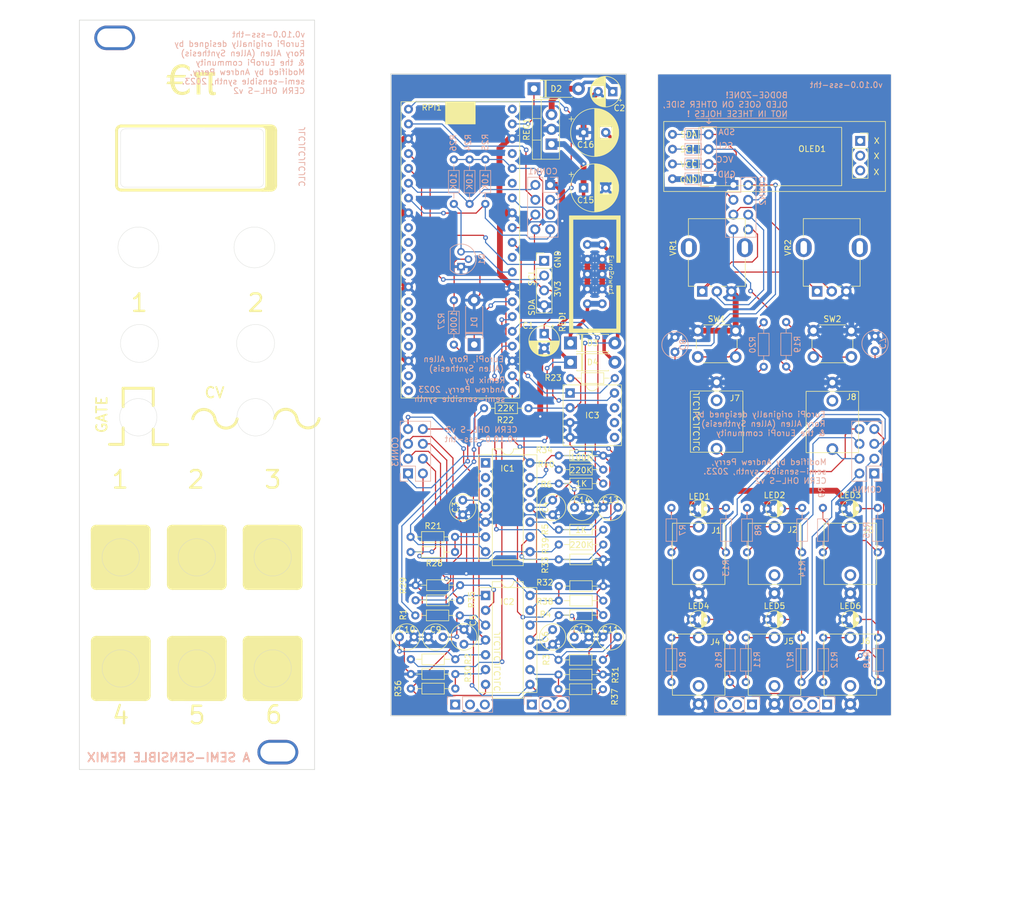
<source format=kicad_pcb>
(kicad_pcb (version 20221018) (generator pcbnew)
  (layers (0 "F.Cu" signal) (31 "B.Cu" signal) (34 "B.Paste" user) (35 "F.Paste" user) (36 "B.SilkS" user "B.Silkscreen") (37 "F.SilkS" user "F.Silkscreen") (38 "B.Mask" user) (39 "F.Mask" user) (44 "Edge.Cuts" user))
  (net 0 "")
  (net 1 "Earth")
  (net 2 "Net-(IC2A-+)")
  (net 3 "Net-(IC2B-+)")
  (net 4 "Net-(IC2C-+)")
  (net 5 "Net-(IC2D-+)")
  (net 6 "Net-(IC1C-+)")
  (net 7 "Net-(IC1D-+)")
  (net 8 "/GP2")
  (net 9 "/GP3")
  (net 10 "/GP6")
  (net 11 "/GP7")
  (net 12 "/GP8")
  (net 13 "/GP9")
  (net 14 "/GP10")
  (net 15 "/GP11")
  (net 16 "/GP12")
  (net 17 "/GP13")
  (net 18 "/GP14")
  (net 19 "/GP15")
  (net 20 "/GP16")
  (net 21 "/GP17")
  (net 22 "/GP18")
  (net 23 "/GP19")
  (net 24 "/GP20")
  (net 25 "/GP21")
  (net 26 "/GP22")
  (net 27 "/GP26")
  (net 28 "/GP27")
  (net 29 "/GP28")
  (net 35 "Net-(D1-K)")
  (net 37 "Net-(D2-K)")
  (net 38 "Net-(D3-K)")
  (net 39 "Net-(D4-A)")
  (net 42 "Net-(IC1B--)")
  (net 43 "Net-(R19-Pad2)")
  (net 44 "Net-(R20-Pad2)")
  (net 45 "Net-(IC1C--)")
  (net 46 "Net-(IC1D--)")
  (net 47 "Net-(IC1-Pad7)")
  (net 48 "Net-(IC2A--)")
  (net 49 "Net-(IC2B--)")
  (net 50 "Net-(IC2C--)")
  (net 51 "Net-(IC2D--)")
  (net 52 "Net-(IC3A--)")
  (net 54 "/GP0")
  (net 55 "/GP1")
  (net 58 "Net-(J1-T)")
  (net 60 "Net-(J2-T)")
  (net 62 "Net-(J3-T)")
  (net 64 "Net-(J4-T)")
  (net 66 "Net-(J5-T)")
  (net 68 "Net-(J6-T)")
  (net 71 "Net-(LED1-A)")
  (net 72 "Net-(LED2-A)")
  (net 73 "Net-(LED3-A)")
  (net 74 "Net-(LED4-A)")
  (net 75 "Net-(LED5-A)")
  (net 76 "Net-(LED6-A)")
  (net 77 "/BUTTON 2 J")
  (net 78 "/BUTTON 1 J")
  (net 79 "/BUTTON 1 P")
  (net 80 "/BUTTON 2 P")
  (net 81 "/OLED SDA J")
  (net 82 "/OLED SCL J")
  (net 83 "/KNOB 2 J")
  (net 84 "/OUTPUT 6 P")
  (net 85 "/OUTPUT 5 P")
  (net 86 "/OUTPUT 4 P")
  (net 87 "/ANALOGUE IN P")
  (net 88 "/OUTPUT 1 P")
  (net 89 "/OUTPUT 2 P")
  (net 90 "/OUTPUT 3 P")
  (net 91 "/DIGITAL IN P")
  (net 92 "/OUTPUT 6 J")
  (net 93 "/OUTPUT 5 J")
  (net 94 "/OUTPUT 4 J")
  (net 95 "/ANALOGUE IN J")
  (net 96 "/OUTPUT 1 J")
  (net 97 "/OUTPUT 2 J")
  (net 98 "/OUTPUT 3 J")
  (net 99 "/DIGITAL IN J")
  (net 101 "/+5V")
  (net 102 "/+12V")
  (net 103 "/-12V")
  (net 104 "/+3.3V P")
  (net 106 "/+3.3V J")
  (net 107 "/KNOB 1 J")
  (footprint "Resistor_THT:R_Axial_DIN0204_L3.6mm_D1.6mm_P7.62mm_Horizontal" (layer "F.Cu") (at -17.018 100.4316)
    (fp_text reference "R3")
    (fp_text value "1K")
  )
  (footprint "MountingHole:MountingHole_3.7mm" (layer "F.Cu") (at -91.998 74.437)
    (fp_text reference "3.7mm LED hole" hide)
    (fp_text value "MountingHole_3.7mm")
  )
  (footprint "Eurorack:LED 3mm" (layer "F.Cu") (at 20 93.5)
    (fp_text reference "LED5")
    (fp_text value "LED")
  )
  (footprint "EuroPi:Potentiometer_RV09" (layer "F.Cu") (at 27.31 37.24 90)
    (fp_text reference "VR2")
    (fp_text value "KNOB 2")
  )
  (footprint "Eurorack:Capacitor Small Non-Polarised" (layer "F.Cu") (at -18.02 75.545 90)
    (fp_text reference "C4")
    (fp_text value "100nF")
  )
  (footprint "Eurorack:LED 3mm" (layer "F.Cu") (at 33 74.5)
    (fp_text reference "LED3")
    (fp_text value "LED")
  )
  (footprint "EuroPi:MountingHole_M3" (layer "F.Cu") (at -93.0688 -6.225)
    (fp_text reference "M3_MOUNT_TOP")
    (fp_text value "MountingHole_M3")
  )
  (footprint "Resistor_THT:R_Axial_DIN0204_L3.6mm_D1.6mm_P7.62mm_Horizontal" (layer "F.Cu") (at -16.9672 92.7608)
    (fp_text reference "R4")
    (fp_text value "1K")
  )
  (footprint "Eurorack:Thonkiconn Mono Jack" (layer "F.Cu") (at 20 102 90)
    (fp_text reference "J5")
    (fp_text value "Thonkiconn_Mono_Jack")
  )
  (footprint "Resistor_THT:R_Axial_DIN0204_L3.6mm_D1.6mm_P7.62mm_Horizontal" (layer "F.Cu") (at -16.9672 83.205)
    (fp_text reference "R33")
    (fp_text value "100K")
  )
  (footprint "Resistor_THT:R_Axial_DIN0204_L3.6mm_D1.6mm_P7.62mm_Horizontal" (layer "F.Cu") (at -29.7744 57.2824)
    (fp_text reference "R22")
    (fp_text value "22K")
  )
  (footprint "Eurorack:Capacitor Small Non-Polarised" (layer "F.Cu") (at -44.27 96.5)
    (fp_text reference "C10")
    (fp_text value "100nF")
  )
  (footprint "Eurorack:Raspberry Pi Pico" (layer "F.Cu") (at -42.72 6)
    (fp_text reference "RPI1")
    (fp_text value "Raspberry_Pi_Pico")
  )
  (footprint "Eurorack:Eurorack Power Header Unlabeled" (layer "F.Cu") (at -10.795 34.29 -90)
    (fp_text reference "EuroPower1")
    (fp_text value "Eurorack Power")
  )
  (footprint "Eurorack:Thonkiconn Mono Jack" (layer "F.Cu") (at 7 83 90)
    (fp_text reference "J1")
    (fp_text value "Thonkiconn_Mono_Jack")
  )
  (footprint "Eurorack:DIP-8 IC Socket" (layer "F.Cu") (at -11.22 58.5)
    (fp_text reference "IC3")
    (fp_text value "MCP6002")
  )
  (footprint "EuroPi:Potentiometer_RV09" (layer "F.Cu") (at 7.62 37.25 90)
    (fp_text reference "VR1")
    (fp_text value "KNOB 1")
  )
  (footprint "Eurorack:Thonkiconn Mono Jack" (layer "F.Cu") (at 33 83 90)
    (fp_text reference "J3")
    (fp_text value "Thonkiconn_Mono_Jack")
  )
  (footprint "Resistor_THT:R_Axial_DIN0204_L3.6mm_D1.6mm_P7.62mm_Horizontal" (layer "F.Cu") (at -34.6964 100.33 180)
    (fp_text reference "R2")
    (fp_text value "1K")
  )
  (footprint "Resistor_THT:R_Axial_DIN0204_L3.6mm_D1.6mm_P7.62mm_Horizontal" (layer "F.Cu") (at -34.6964 102.87 180)
    (fp_text reference "R30")
    (fp_text value "100K")
  )
  (footprint "Resistor_THT:R_Axial_DIN0204_L3.6mm_D1.6mm_P7.62mm_Horizontal" (layer "F.Cu") (at -34.7472 79.3496 180)
    (fp_text reference "R21")
    (fp_text value "22K")
  )
  (footprint "Resistor_THT:R_Axial_DIN0204_L3.6mm_D1.6mm_P7.62mm_Horizontal" (layer "F.Cu") (at -16.9672 80.655)
    (fp_text reference "R39")
    (fp_text value "220K")
  )
  (footprint "Eurorack:DIP-14 IC Socket" (layer "F.Cu") (at -25.72 97)
    (fp_text reference "IC2")
    (fp_text value "TL074")
  )
  (footprint "Eurorack:Schottky Diode" (layer "F.Cu") (at -14.97 49.4)
    (fp_text reference "D4")
    (fp_text value "type=\"D\" model=\"DIODE\" lib=\"\"")
  )
  (footprint "Resistor_THT:R_Axial_DIN0204_L3.6mm_D1.6mm_P7.62mm_Horizontal" (layer "F.Cu") (at -9.3472 90.2716 180)
    (fp_text reference "R38")
    (fp_text value "220K")
  )
  (footprint "Eurorack:Capacitor Small Non-Polarised" (layer "F.Cu") (at -6.82 74.295 180)
    (fp_text reference "C13")
    (fp_text value "100nF")
  )
  (footprint "Resistor_THT:R_Axial_DIN0204_L3.6mm_D1.6mm_P7.62mm_Horizontal" (layer "F.Cu") (at -16.9672 65.405)
    (fp_text reference "R34")
    (fp_text value "100K")
  )
  (footprint "Package_TO_SOT_THT:TO-220-3_Vertical" (layer "F.Cu") (at -18.22 12 90)
    (fp_text reference "REG1")
    (fp_text value "L7805")
  )
  (footprint "Resistor_THT:R_Axial_DIN0204_L3.6mm_D1.6mm_P7.62mm_Horizontal" (layer "F.Cu") (at -42.3164 105.3592)
    (fp_text reference "R36")
    (fp_text value "220K")
  )
  (footprint "Resistor_THT:R_Axial_DIN0204_L3.6mm_D1.6mm_P7.62mm_Horizontal" (layer "F.Cu") (at -33.8836 87.63 180)
    (fp_text reference "R29")
    (fp_text value "100K")
  )
  (footprint "Capacitor_THT:CP_Radial_D5.0mm_P2.50mm" (layer "F.Cu") (at -7.72 3 180)
    (fp_text reference "C2")
    (fp_text value "1uF")
  )
  (footprint "Eurorack:Capacitor Small Non-Polarised" (layer "F.Cu") (at -33.22 97.75 90)
    (fp_text reference "C5")
    (fp_text value "100nF")
  )
  (footprint "Eurorack:Capacitor Small Non-Polarised" (layer "F.Cu") (at -36.83 96.52 180)
    (fp_text reference "C9")
    (fp_text value "100nF")
  )
  (footprint "Eurorack:LED 3mm" (layer "F.Cu") (at 7 74.5)
    (fp_text reference "LED1")
    (fp_text value "LED")
  )
  (footprint "Resistor_THT:R_Axial_DIN0204_L3.6mm_D1.6mm_P7.62mm_Horizontal" (layer "F.Cu") (at -16.9672 70.2056)
    (fp_text reference "R6")
    (fp_text value "1K")
  )
  (footprint "Capacitor_THT:CP_Radial_D5.0mm_P2.50mm" (layer "F.Cu") (at -19.47 44.5 -90)
    (fp_text reference "C1")
    (fp_text value "1uF")
  )
  (footprint "Resistor_THT:R_Axial_DIN0204_L3.6mm_D1.6mm_P7.62mm_Horizontal" (layer "F.Cu") (at -42.3672 81.9404)
    (fp_text reference "R28")
    (fp_text value "100K")
  )
  (footprint "EuroPi:MountingHole_M3" (layer "F.Cu") (at -65.1136 116.2562)
    (fp_text reference "M3_MOUNT_BOTTOM")
    (fp_text value "MountingHole_M3")
  )
  (footprint "Eurorack:Capacitor Small Non-Polarised" (layer "F.Cu") (at -18.02 97.75 90)
    (fp_text reference "C6")
    (fp_text value "100nF")
  )
  (footprint "MountingHole:MountingHole_3.7mm" (layer "F.Cu") (at -65.998 93.437)
    (fp_text reference "3.7mm LED hole" hide)
    (fp_text value "MountingHole_3.7mm")
  )
  (footprint "MountingHole:MountingHole_3.7mm" (layer "F.Cu") (at -78.998 93.437)
    (fp_text reference "3.7mm LED hole" hide)
    (fp_text value "MountingHole_3.7mm")
  )
  (footprint "Resistor_THT:R_Axial_DIN0204_L3.6mm_D1.6mm_P7.62mm_Horizontal" (layer "F.Cu") (at -16.9672 87.7824)
    (fp_text reference "R32")
    (fp_text value "100K")
  )
  (footprint "Eurorack:LED 3mm" (layer "F.Cu") (at 33 93.5)
    (fp_text reference "LED6")
    (fp_text value "LED")
  )
  (footprint "Eurorack:Thonkiconn Mono Jack" (layer "F.Cu") (at 10.08 58.83 -90)
    (fp_text reference "J7")
    (fp_text value "Thonkiconn_Mono_Jack")
  )
  (footprint "Resistor_THT:R_Axial_DIN0204_L3.6mm_D1.6mm_P7.62mm_Horizontal" (layer "F.Cu") (at -17.018 102.9462)
    (fp_text reference "R31")
    (fp_text value "100K")
  )
  (footprint "Eurorack:Schottky Diode" (layer "F.Cu") (at -21.22 2.5)
    (fp_text reference "D2")
    (fp_text value "type=\"D\" model=\"DIODE\" lib=\"\"")
  )
  (footprint "Eurorack:Capacitor Small Non-Polarised" (layer "F.Cu") (at -14.27 74.295)
    (fp_text reference "C14")
    (fp_text value "100nF")
  )
  (footprint "MountingHole:MountingHole_3.7mm" (layer "F.Cu") (at -65.998 74.437)
    (fp_text reference "3.7mm LED hole" hide)
    (fp_text value "MountingHole_3.7mm")
  )
  (footprint "EuroPi:OLED SSD1306 0.91-38mm" (layer "F.Cu") (at 2.5152 10.3224)
    (fp_text reference "OLED1")
    (fp_text value "OLED SSD1306_0.91\"")
  )
  (footprint "Resistor_THT:R_Axial_DIN0204_L3.6mm_D1.6mm_P7.62mm_Horizontal" (layer "F.Cu") (at -16.9672 67.8053)
    (fp_text reference "R40")
    (fp_text value "220K")
  )
  (footprint "Eurorack:LED 3mm" (layer "F.Cu") (at 7 93.5)
    (fp_text reference "LED4")
    (fp_text value "LED")
  )
  (footprint "Eurorack:Capacitor Small Non-Polarised" (layer "F.Cu") (at -33.42 73.05 -90)
    (fp_text reference "C3")
    (fp_text value "100nF")
  )
  (footprint "Resistor_THT:R_Axial_DIN0204_L3.6mm_D1.6mm_P7.62mm_Horizontal" (layer "F.Cu") (at -16.9672 78.105)
    (fp_text reference "R5")
    (fp_text value "1K")
  )
  (footprint "Eurorack:LED 3mm" (layer "F.Cu") (at 20 74.5)
    (fp_text reference "LED2")
    (fp_text value "LED")
  )
  (footprint "Capacitor_THT:CP_Radial_D8.0mm_P3.80mm" (layer "F.Cu") (at -12.72 10)
    (fp_text reference "C16")
    (fp_text value "10uF")
  )
  (footprint "MountingHole:MountingHole_3.7mm" (layer "F.Cu") (at -91.998 93.437)
    (fp_text reference "3.7mm LED hole" hide)
    (fp_text value "MountingHole_3.7mm")
  )
  (footprint "Eurorack:Schottky Diode" (layer "F.Cu") (at -14.97 46.1)
    (fp_text reference "D3")
    (fp_text value "type=\"D\" model=\"DIODE\" lib=\"\"")
  )
  (footprint "Button_Switch_THT:SW_PUSH_6mm" (layer "F.Cu") (at 26.6712 43.986)
    (fp_text reference "SW2")
    (fp_text value "SW_Push")
  )
  (footprint "Capacitor_THT:CP_Radial_D8.0mm_P3.80mm" (layer "F.Cu") (at -12.72 19.5)
    (fp_text reference "C15")
    (fp_text value "10uF")
  )
  (footprint "Connector_PinHeader_2.54mm:PinHeader_1x04_P2.54mm_Vertical" (layer "F.Cu") (at -19.47 32)
    (fp_text reference "CONN5" hide)
    (fp_text value "Conn_01x04_Male")
  )
  (footprint "MountingHole:MountingHole_3.7mm" (layer "F.Cu") (at -78.998 74.437)
    (fp_text reference "3.7mm LED hole" hide)
    (fp_text value "MountingHole_3.7mm")
  )
  (footprint "Button_Switch_THT:SW_PUSH_6mm" (layer "F.Cu") (at 6.846 43.986)
    (fp_text reference "SW1")
    (fp_text value "SW_Push")
  )
  (footprint "Connector_PinSocket_2.54mm:PinSocket_1x03_P2.54mm_Vertical" (layer "F.Cu") (at 34.69 11.44)
    (fp_text reference "CONN10" hide)
    (fp_text value "Conn_02x03_F")
  )
  (footprint "Eurorack:DIP-14 IC Socket" (layer "F.Cu") (at -25.72 74.25)
    (fp_text reference "IC1")
    (fp_text value "TL074")
  )
  (footprint "Eurorack:Capacitor Small Non-Polarised" (layer "F.Cu") (at -14.32 96.5)
    (fp_text reference "C12")
    (fp_text value "100nF")
  )
  (footprint "Eurorack:Thonkiconn Mono Jack" (layer "F.Cu") (at 33 102 90)
    (fp_text reference "J6")
    (fp_text value "Thonkiconn_Mono_Jack")
  )
  (footprint "Resistor_THT:R_Axial_DIN0204_L3.6mm_D1.6mm_P7.62mm_Horizontal" (layer "F.Cu") (at -33.9344 92.8116 180)
    (fp_text reference "R1")
    (fp_text value "1K")
  )
  (footprint "Resistor_THT:R_Axial_DIN0204_L3.6mm_D1.6mm_P7.62mm_Horizontal" (layer "F.Cu") (at -14.986 52.1208)
    (fp_text reference "R23")
    (fp_text value "22K")
  )
  (footprint "Eurorack:Thonkiconn Mono Jack" (layer "F.Cu") (at 7 102 90)
    (fp_text reference "J4")
    (fp_text value "Thonkiconn_Mono_Jack")
  )
  (footprint "Eurorack:Thonkiconn Mono Jack" (layer "F.Cu") (at 29.92 58.89 -90)
    (fp_text reference "J8")
    (fp_text value "Thonkiconn_Mono_Jack")
  )
  (footprint "Resistor_THT:R_Axial_DIN0204_L3.6mm_D1.6mm_P7.62mm_Horizontal" (layer "F.Cu") (at -9.398 105.4608 180)
    (fp_text reference "R37")
    (fp_text value "220K")
  )
  (footprint "Resistor_THT:R_Axial_DIN0204_L3.6mm_D1.6mm_P7.62mm_Horizontal" (layer "F.Cu") (at -33.8836 90.2208 180)
    (fp_text reference "R35")
    (fp_text value "220K")
  )
  (footprint "Eurorack:Capacitor Small Non-Polarised" (layer "F.Cu") (at -6.87 96.5 180)
    (fp_text reference "C11")
    (fp_text value "100nF")
  )
  (footprint "Eurorack:Thonkiconn Mono Jack" (layer "F.Cu") (at 20 83 90)
    (fp_text reference "J2")
    (fp_text value "Thonkiconn_Mono_Jack")
  )
  (footprint "Connector_PinSocket_2.54mm:PinSocket_2x04_P2.54mm_Vertical" (layer "B.Cu") (at 37.104 68.4684)
    (fp_text reference "CONN4")
    (fp_text value "Conn_02x04_Counter_Clockwise_F")
  )
  (footprint "Resistor_THT:R_Axial_DIN0204_L3.6mm_D1.6mm_P7.62mm_Horizontal" (layer "B.Cu") (at -34.9504 46.3804 90)
    (fp_text reference "R27")
    (fp_text value "100K")
  )
  (footprint "Eurorack:Capacitor Small Non-Polarised" (layer "B.Cu") (at 37.23 47.44 90)
    (fp_text reference "C7")
    (fp_text value "100nF")
  )
  (footprint "Eurorack:Schottky Diode" (layer "B.Cu") (at -31.4644 46.3724 90)
    (fp_text reference "D1")
    (fp_text value "type=\"D\" model=\"DIODE\" lib=\"\"")
  )
  (footprint "Connector_PinSocket_2.54mm:PinSocket_1x03_P2.54mm_Vertical" (layer "B.Cu") (at 29.02 108.09 90)
    (fp_text reference "CONN9" hide)
    (fp_text value "Conn_02x03_F")
  )
  (footprint "Connector_PinHeader_2.54mm:PinHeader_2x04_P2.54mm_Vertical" (layer "B.Cu") (at -42.8 68.4684)
    (fp_text reference "CONN3")
    (fp_text value "Conn_02x04_Counter_Clockwise_M")
  )
  (footprint "Resistor_THT:R_Axial_DIN0204_L3.6mm_D1.6mm_P7.62mm_Horizontal" (layer "B.Cu") (at 15.0876 104.2416 90)
    (fp_text reference "R11")
    (fp_text value "1K")
  )
  (footprint "Package_TO_SOT_THT:TO-92" (layer "B.Cu") (at -33.72 33 90)
    (fp_text reference "Q1")
    (fp_text value "2N2222")
  )
  (footprint "Connector_PinHeader_2.54mm:PinHeader_2x04_P2.54mm_Vertical" (layer "B.Cu") (at -18.4404 18.9992 180)
    (fp_text reference "CONN1")
    (fp_text value "Conn_02x04_Counter_Clockwise_M")
  )
  (footprint "Resistor_THT:R_Axial_DIN0204_L3.6mm_D1.6mm_P7.62mm_Horizontal" (layer "B.Cu") (at -32.253617 22.2504 90)
    (fp_text reference "R24")
    (fp_text value "10K")
  )
  (footprint "Jumper:SolderJumper-2_P1.3mm_Bridged_Pad1.0x1.5mm" (layer "B.Cu") (at 6.06 17.95 180)
    (fp_text reference "JP4" hide)
    (fp_text value "SolderJumper_2_Bridged")
  )
  (footprint "Resistor_THT:R_Axial_DIN0204_L3.6mm_D1.6mm_P7.62mm_Horizontal" (layer "B.Cu") (at 28.3464 104.2416 90)
    (fp_text reference "R12")
    (fp_text value "1K")
  )
  (footprint "Connector_PinHeader_2.54mm:PinHeader_1x04_P2.54mm_Vertical" (layer "B.Cu") (at 8.715 17.956)
    (fp_text reference "CONN11" hide)
    (fp_text value "Conn_01x04_Counter_Clockwise_M")
  )
  (footprint "Resistor_THT:R_Axial_DIN0204_L3.6mm_D1.6mm_P7.62mm_Horizontal" (layer "B.Cu") (at 24.7396 74.3712 -90)
    (fp_text reference "R14")
    (fp_text value "4K7")
  )
  (footprint "Jumper:SolderJumper-2_P1.3mm_Bridged_Pad1.0x1.5mm" (layer "B.Cu") (at 6.06 15.39 180)
    (fp_text reference "JP3" hide)
    (fp_text value "SolderJumper_2_Bridged")
  )
  (footprint "Connector_PinSocket_2.54mm:PinSocket_1x03_P2.54mm_Vertical" (layer "B.Cu") (at 16.14 108.09 90)
    (fp_text reference "CONN8" hide)
    (fp_text value "Conn_02x03_F")
  )
  (footprint "Resistor_THT:R_Axial_DIN0204_L3.6mm_D1.6mm_P7.62mm_Horizontal" (layer "B.Cu") (at 28.2956 81.9912 90)
    (fp_text reference "R9")
    (fp_text value "1K")
  )
  (footprint "Resistor_THT:R_Axial_DIN0204_L3.6mm_D1.6mm_P7.62mm_Horizontal" (layer "B.Cu") (at -34.9504 14.6304 -90)
    (fp_text reference "R26")
    (fp_text value "10K")
  )
  (footprint "Connector_PinHeader_2.54mm:PinHeader_1x03_P2.54mm_Vertical" (layer "B.Cu") (at -21.59 108.09 -90)
    (fp_text reference "CONN7" hide)
    (fp_text value "Conn_02x03_M")
  )
  (footprint "Resistor_THT:R_Axial_DIN0204_L3.6mm_D1.6mm_P7.62mm_Horizontal" (layer "B.Cu") (at 37.6936 74.3712 -90)
    (fp_text reference "R15")
    (fp_text value "4K7")
  )
  (footprint "Jumper:SolderJumper-2_P1.3mm_Bridged_Pad1.0x1.5mm" (layer "B.Cu") (at 6.06 10.31 180)
    (fp_text reference "JP1" hide)
    (fp_text value "SolderJumper_2_Bridged")
  )
  (footprint "Jumper:SolderJumper-2_P1.3mm_Bridged_Pad1.0x1.5mm" (layer "B.Cu") (at 6.06 12.88 180)
    (fp_text reference "JP2" hide)
    (fp_text value "SolderJumper_2_Bridged")
  )
  (footprint "Eurorack:Capacitor Small Non-Polarised" (layer "B.Cu") (at 2.94 47.64 90)
    (fp_text reference "C8")
    (fp_text value "100nF")
  )
  (footprint "Connector_PinHeader_2.54mm:PinHeader_1x03_P2.54mm_Vertical" (layer "B.Cu") (at -34.72 108.09 -90)
    (fp_text reference "CONN6" hide)
    (fp_text value "Conn_02x03_M")
  )
  (footprint "Resistor_THT:R_Axial_DIN0204_L3.6mm_D1.6mm_P7.62mm_Horizontal" (layer "B.Cu") (at 18.15 50.17 90)
    (fp_text reference "R20")
    (fp_text value "1K")
  )
  (footprint "Resistor_THT:R_Axial_DIN0204_L3.6mm_D1.6mm_P7.62mm_Horizontal" (layer "B.Cu") (at 22 50.13 90)
    (fp_text reference "R19")
    (fp_text value "1K")
  )
  (footprint "Resistor_THT:R_Axial_DIN0204_L3.6mm_D1.6mm_P7.62mm_Horizontal" (layer "B.Cu") (at 2.3368 81.9912 90)
    (fp_text reference "R7")
    (fp_text value "1K")
  )
  (footprint "Resistor_THT:R_Axial_DIN0204_L3.6mm_D1.6mm_P7.62mm_Horizontal" (layer "B.Cu") (at 2.3368 104.2416 90)
    (fp_text reference "R10")
    (fp_text value "1K")
  )
  (footprint "Resistor_THT:R_Axial_DIN0204_L3.6mm_D1.6mm_P7.62mm_Horizontal" (layer "B.Cu") (at 24.638 96.6216 -90)
    (fp_text reference "R17")
    (fp_text value "4K7")
  )
  (footprint "Resistor_THT:R_Axial_DIN0204_L3.6mm_D1.6mm_P7.62mm_Horizontal" (layer "B.Cu") (at 15.2908 81.9912 90)
    (fp_text reference "R8")
    (fp_text value "1K")
  )
  (footprint "Resistor_THT:R_Axial_DIN0204_L3.6mm_D1.6mm_P7.62mm_Horizontal" (layer "B.Cu") (at 12.3444 96.6216 -90)
    (fp_text reference "R16")
    (fp_text value "4K7")
  )
  (footprint "Resistor_THT:R_Axial_DIN0204_L3.6mm_D1.6mm_P7.62mm_Horizontal" (layer "B.Cu") (at 11.684 74.3712 -90)
    (fp_text reference "R13")
    (fp_text value "4K7")
  )
  (footprint "Connector_PinSocket_2.54mm:PinSocket_2x04_P2.54mm_Vertical" (layer "B.Cu") (at 12.956 19.0092 180)
    (fp_text reference "CONN2")
    (fp_text value "Conn_02x04_Counter_Clockwise_F")
  )
  (footprint "Resistor_THT:R_Axial_DIN0204_L3.6mm_D1.6mm_P7.62mm_Horizontal" (layer "B.Cu") (at -29.556834 22.2504 90)
    (fp_text reference "R25")
    (fp_text value "10K")
  )
  (footprint "Resistor_THT:R_Axial_DIN0204_L3.6mm_D1.6mm_P7.62mm_Horizontal" (layer "B.Cu") (at 37.7444 96.6216 -90)
    (fp_text reference "R18")
    (fp_text value "4K7")
  )
  (gr_line locked (start 8.75 7.59) (end 8.75 8.46) (stroke (width 0.12)) (layer "B.SilkS"))
  (gr_line locked (start 8.75 8.46) (end 8.34 8.16) (stroke (width 0.12)) (layer "B.SilkS"))
  (gr_line locked (start 8.75 8.46) (end 9.15 8.17) (stroke (width 0.12)) (layer "B.SilkS"))
  (gr_line locked (start 22.05 7.55) (end 6.61 7.57) (stroke (width 0.12)) (layer "B.SilkS"))
  (gr_line locked (start 8.34 8.16) (end 8.75 8.46) (stroke (width 0.12)) (layer "B.SilkS"))
  (gr_line locked (start -86.468 53.8562) (end -86.468 56.828) (stroke (width 0.5)) (layer "F.SilkS"))
  (gr_line locked (start -91.6242 57.0058) (end -91.6242 53.8562) (stroke (width 0.5)) (layer "F.SilkS"))
  (gr_line locked (start -91.6242 53.8562) (end -86.468 53.8562) (stroke (width 0.5)) (layer "F.SilkS"))
  (gr_circle locked (center -83.232 87.538) (end -82.402624 87.538) (stroke (width 0.12)) (fill solid) (layer "F.SilkS"))
  (gr_arc locked (start -66.387 19.082199) (mid -66.621315 19.647884) (end -67.187 19.882199) (stroke (width 0.5)) (layer "F.SilkS"))
  (gr_line locked (start -65.49 9.6822) (end -65.49 19.0822) (stroke (width 0.5)) (layer "F.SilkS"))
  (gr_line locked (start -92.7444 19.0822) (end -92.7444 9.6822) (stroke (width 0.5)) (layer "F.SilkS"))
  (gr_circle locked (center -83.232 106.593) (end -82.402624 106.593) (stroke (width 0.12)) (fill solid) (layer "F.SilkS"))
  (gr_arc locked (start -65.978 19.082199) (mid -66.212315 19.647884) (end -66.778 19.882199) (stroke (width 0.5)) (layer "F.SilkS"))
  (gr_circle locked (center -87.789 97.206) (end -86.959624 97.206) (stroke (width 0.12)) (fill solid) (layer "F.SilkS"))
  (gr_circle locked (center -74.769 87.545) (end -73.939624 87.545) (stroke (width 0.12)) (fill solid) (layer "F.SilkS"))
  (gr_poly locked (pts (xy -74.769 88.374376) (xy -83.232 88.367376) (xy -84.061376 87.538) (xy -84.065376 78.158376) (xy -83.236 77.329) (xy -74.76 77.321624) (xy -73.930624 78.151) (xy -73.939624 87.545)) (stroke (width 0.12)) (fill solid) (layer "F.SilkS"))
  (gr_arc locked (start -72.087 59.11) (mid -73.996985 60.690785) (end -75.891705 59.091735) (stroke (width 0.5)) (layer "F.SilkS"))
  (gr_circle locked (center -96.265 97.213376) (end -95.435624 97.213376) (stroke (width 0.12)) (fill solid) (layer "F.SilkS"))
  (gr_circle locked (center -87.798 106.6) (end -86.968624 106.6) (stroke (width 0.12)) (fill solid) (layer "F.SilkS"))
  (gr_line locked (start -66.99 9.682199) (end -66.99 19.082199) (stroke (width 0.5)) (layer "F.SilkS"))
  (gr_line locked (start -66.387 9.682199) (end -66.387 19.082199) (stroke (width 0.5)) (layer "F.SilkS"))
  (gr_circle locked (center -70.232 106.593) (end -69.402624 106.593) (stroke (width 0.12)) (fill solid) (layer "F.SilkS"))
  (gr_arc locked (start -66.29 8.8822) (mid -65.724315 9.116515) (end -65.49 9.6822) (stroke (width 0.5)) (layer "F.SilkS"))
  (gr_line locked (start -91.9444 8.8822) (end -67.79 8.882199) (stroke (width 0.5)) (layer "F.SilkS"))
  (gr_line locked (start -91.6242 63.4828) (end -91.6242 60.6634) (stroke (width 0.5)) (layer "F.SilkS"))
  (gr_arc locked (start -65.49 19.0822) (mid -65.724315 19.647885) (end -66.29 19.8822) (stroke (width 0.5)) (layer "F.SilkS"))
  (gr_arc locked (start -67.79 8.882199) (mid -67.224315 9.116514) (end -66.99 9.682199) (stroke (width 0.5)) (layer "F.SilkS"))
  (gr_arc locked (start -66.99 19.082199) (mid -67.224315 19.647884) (end -67.79 19.882199) (stroke (width 0.5)) (layer "F.SilkS"))
  (gr_arc locked (start -92.7444 9.6822) (mid -92.510085 9.116515) (end -91.9444 8.8822) (stroke (width 0.5)) (layer "F.SilkS"))
  (gr_line locked (start -86.468 63.5082) (end -84.0042 63.5082) (stroke (width 0.5)) (layer "F.SilkS"))
  (gr_circle locked (center -83.236 97.213376) (end -82.406624 97.213376) (stroke (width 0.12)) (fill solid) (layer "F.SilkS"))
  (gr_line locked (start -65.978 9.682199) (end -65.978 19.082199) (stroke (width 0.5)) (layer "F.SilkS"))
  (gr_circle locked (center -74.76 97.206) (end -73.930624 97.206) (stroke (width 0.12)) (fill solid) (layer "F.SilkS"))
  (gr_arc locked (start -79.69641 59.07347) (mid -77.786425 57.492685) (end -75.891705 59.091735) (stroke (width 0.5)) (layer "F.SilkS"))
  (gr_circle locked (center -96.282 78.158376) (end -95.452624 78.158376) (stroke (width 0.12)) (fill solid) (layer "F.SilkS"))
  (gr_line locked (start -86.468 60.8666) (end -86.468 63.5082) (stroke (width 0.5)) (layer "F.SilkS"))
  (gr_circle locked (center -61.76 97.206) (end -60.930624 97.206) (stroke (width 0.12)) (fill solid) (layer "F.SilkS"))
  (gr_arc locked (start -66.778 8.882199) (mid -66.212315 9.116514) (end -65.978 9.682199) (stroke (width 0.5)) (layer "F.SilkS"))
  (gr_poly locked (pts (xy -61.769 88.374376) (xy -70.232 88.367376) (xy -71.061376 87.538) (xy -71.065376 78.158376) (xy -70.236 77.329) (xy -61.76 77.321624) (xy -60.930624 78.151) (xy -60.939624 87.545)) (stroke (width 0.12)) (fill solid) (layer "F.SilkS"))
  (gr_arc locked (start -67.51 8.882199) (mid -66.944315 9.116514) (end -66.71 9.682199) (stroke (width 0.5)) (layer "F.SilkS"))
  (gr_poly locked (pts (xy -61.769 107.429376) (xy -70.232 107.422376) (xy -71.061376 106.593) (xy -71.065376 97.213376) (xy -70.236 96.384) (xy -61.76 96.376624) (xy -60.930624 97.206) (xy -60.939624 106.6)) (stroke (width 0.12)) (fill solid) (layer "F.SilkS"))
  (gr_line locked (start -67.79 19.882199) (end -91.9444 19.8822) (stroke (width 0.5)) (layer "F.SilkS"))
  (gr_arc locked (start -67.187 8.882199) (mid -66.621315 9.116514) (end -66.387 9.682199) (stroke (width 0.5)) (layer "F.SilkS"))
  (gr_circle locked (center -96.278 87.538) (end -95.448624 87.538) (stroke (width 0.12)) (fill solid) (layer "F.SilkS"))
  (gr_circle locked (center -96.261 106.593) (end -95.431624 106.593) (stroke (width 0.12)) (fill solid) (layer "F.SilkS"))
  (gr_circle locked (center -87.806 78.151) (end -86.976624 78.151) (stroke (width 0.12)) (fill solid) (layer "F.SilkS"))
  (gr_line locked (start -67.79 8.882199) (end -66.29 8.8822) (stroke (width 0.5)) (layer "F.SilkS"))
  (gr_circle locked (center -61.769 106.6) (end -60.939624 106.6) (stroke (width 0.12)) (fill solid) (layer "F.SilkS"))
  (gr_arc locked (start -91.9444 19.8822) (mid -92.510085 19.647885) (end -92.7444 19.0822) (stroke (width 0.5)) (layer "F.SilkS"))
  (gr_poly locked (pts (xy -87.798 107.429376) (xy -96.261 107.422376) (xy -97.090376 106.593) (xy -97.094376 97.213376) (xy -96.265 96.384) (xy -87.789 96.376624) (xy -86.959624 97.206) (xy -86.968624 106.6)) (stroke (width 0.12)) (fill solid) (layer "F.SilkS"))
  (gr_arc locked (start -66.71 19.082199) (mid -66.944315 19.647884) (end -67.51 19.882199) (stroke (width 0.5)) (layer "F.SilkS"))
  (gr_circle locked (center -83.236 78.158376) (end -82.406624 78.158376) (stroke (width 0.12)) (fill solid) (layer "F.SilkS"))
  (gr_arc locked (start -58.045 59.078) (mid -59.954985 60.658785) (end -61.849705 59.059735) (stroke (width 0.5)) (layer "F.SilkS"))
  (gr_line locked (start -66.71 9.682199) (end -66.71 19.082199) (stroke (width 0.5)) (layer "F.SilkS"))
  (gr_circle locked (center -70.232 87.538) (end -69.402624 87.538) (stroke (width 0.12)) (fill solid) (layer "F.SilkS"))
  (gr_line locked (start -93.961 63.4828) (end -91.6242 63.4828) (stroke (width 0.5)) (layer "F.SilkS"))
  (gr_poly locked (pts (xy -74.769 107.429376) (xy -83.232 107.422376) (xy -84.061376 106.593) (xy -84.065376 97.213376) (xy -83.236 96.384) (xy -74.76 96.376624) (xy -73.930624 97.206) (xy -73.939624 106.6)) (stroke (width 0.12)) (fill solid) (layer "F.SilkS"))
  (gr_line locked (start -67.79 19.882199) (end -66.29 19.8822) (stroke (width 0.5)) (layer "F.SilkS"))
  (gr_poly locked (pts (xy -87.815 88.374376) (xy -96.278 88.367376) (xy -97.107376 87.538) (xy -97.111376 78.158376) (xy -96.282 77.329) (xy -87.806 77.321624) (xy -86.976624 78.151) (xy -86.985624 87.545)) (stroke (width 0.12)) (fill solid) (layer "F.SilkS"))
  (gr_circle locked (center -61.769 87.545) (end -60.939624 87.545) (stroke (width 0.12)) (fill solid) (layer "F.SilkS"))
  (gr_circle locked (center -74.769 106.6) (end -73.939624 106.6) (stroke (width 0.12)) (fill solid) (layer "F.SilkS"))
  (gr_circle locked (center -74.76 78.151) (end -73.930624 78.151) (stroke (width 0.12)) (fill solid) (layer "F.SilkS"))
  (gr_circle locked (center -70.236 97.213376) (end -69.406624 97.213376) (stroke (width 0.12)) (fill solid) (layer "F.SilkS"))
  (gr_arc locked (start -65.65441 59.04147) (mid -63.744425 57.460685) (end -61.849705 59.059735) (stroke (width 0.5)) (layer "F.SilkS"))
  (gr_circle locked (center -61.76 78.151) (end -60.930624 78.151) (stroke (width 0.12)) (fill solid) (layer "F.SilkS"))
  (gr_circle locked (center -70.236 78.158376) (end -69.406624 78.158376) (stroke (width 0.12)) (fill solid) (layer "F.SilkS"))
  (gr_circle locked (center -87.815 87.545) (end -86.985624 87.545) (stroke (width 0.12)) (fill solid) (layer "F.SilkS"))
  (gr_circle locked (center -78.998 82.848) (end -75.798 82.848) (stroke (width 0.05)) (fill none) (layer "Edge.Cuts"))
  (gr_line locked (start -99.1244 119.2324) (end -58.8244 119.2324) (stroke (width 0.1)) (layer "Edge.Cuts"))
  (gr_circle locked (center -69.1288 29.71) (end -65.6288 29.71) (stroke (width 0.05)) (fill none) (layer "Edge.Cuts"))
  (gr_circle locked (center -92.044 82.848) (end -88.844 82.848) (stroke (width 0.05)) (fill none) (layer "Edge.Cuts"))
  (gr_circle locked (center -68.9284 46.17) (end -65.6784 46.17) (stroke (width 0.05)) (fill none) (layer "Edge.Cuts"))
  (gr_circle locked (center -78.998 101.903) (end -75.798 101.903) (stroke (width 0.05)) (fill none) (layer "Edge.Cuts"))
  (gr_circle locked (center -92.027 101.903) (end -88.827 101.903) (stroke (width 0.05)) (fill none) (layer "Edge.Cuts"))
  (gr_circle locked (center -65.998 82.848) (end -62.798 82.848) (stroke (width 0.05)) (fill none) (layer "Edge.Cuts"))
  (gr_rect locked (start -45.72 0) (end -5.42 110) (stroke (width 0.2)) (fill none) (layer "Edge.Cuts"))
  (gr_arc locked (start -92.073115 10.177885) (mid -91.8388 9.6122) (end -91.273115 9.377885) (stroke (width 0.05)) (layer "Edge.Cuts"))
  (gr_circle locked (center -65.998 101.903) (end -62.798 101.903) (stroke (width 0.05)) (fill none) (layer "Edge.Cuts"))
  (gr_line locked (start -99.1244 -9.2676) (end -58.8244 -9.2676) (stroke (width 0.1)) (layer "Edge.Cuts"))
  (gr_line locked (start -67.5688 10.1822) (end -67.5688 18.5822) (stroke (width 0.05)) (layer "Edge.Cuts"))
  (gr_line locked (start -99.1244 -9.2676) (end -99.1244 119.2324) (stroke (width 0.1)) (layer "Edge.Cuts"))
  (gr_arc locked (start -67.5688 18.5822) (mid -67.803115 19.147885) (end -68.3688 19.3822) (stroke (width 0.05)) (layer "Edge.Cuts"))
  (gr_circle locked (center -89.0188 29.71) (end -85.5188 29.71) (stroke (width 0.05)) (fill none) (layer "Edge.Cuts"))
  (gr_line locked (start -58.8244 -9.2676) (end -58.8244 119.2324) (stroke (width 0.1)) (layer "Edge.Cuts"))
  (gr_line locked (start -92.0688 18.5822) (end -92.073115 10.177885) (stroke (width 0.05)) (layer "Edge.Cuts"))
  (gr_circle locked (center -88.8304 46.17) (end -85.5804 46.17) (stroke (width 0.05)) (fill none) (layer "Edge.Cuts"))
  (gr_line locked (start -68.3688 9.3822) (end -91.273115 9.377885) (stroke (width 0.05)) (layer "Edge.Cuts"))
  (gr_circle locked (center -89.0304 58.83) (end -85.8304 58.83) (stroke (width 0.05)) (fill none) (layer "Edge.Cuts"))
  (gr_arc locked (start -68.3688 9.3822) (mid -67.803115 9.616515) (end -67.5688 10.1822) (stroke (width 0.05)) (layer "Edge.Cuts"))
  (gr_arc locked (start -91.2688 19.3822) (mid -91.834485 19.147885) (end -92.0688 18.5822) (stroke (width 0.05)) (layer "Edge.Cuts"))
  (gr_line locked (start -68.3688 19.3822) (end -91.2688 19.3822) (stroke (width 0.05)) (layer "Edge.Cuts"))
  (gr_rect locked (start 0 0) (end 40 110) (stroke (width 0.05)) (fill none) (layer "Edge.Cuts"))
  (gr_circle locked (center -68.9284 58.83) (end -65.7284 58.83) (stroke (width 0.05)) (fill none) (layer "Edge.Cuts"))
  (gr_text locked "Remix by \nAndrew Perry, 2023\nsemi-sensible synth" (at -26.06 56.27) (layer "B.SilkS") (effects (font (size 1 1)) (justify left bottom mirror)))
  (gr_text locked "SDA" (at 13.316 10.503) (layer "B.SilkS") (effects (font (size 1 1)) (justify left bottom mirror)))
  (gr_text locked "CERN OHL-S v2\nv0.10.0-sss-tht" (at -23.9444 63.1624) (layer "B.SilkS") (effects (font (size 1 1)) (justify left bottom mirror)))
  (gr_text locked "EuroPi originally designed by\nRory Allen (Allen Synthesis) \n& the EuroPi community\n" (at 28.831 59.942) (layer "B.SilkS") (effects (font (size 1 1)) (justify left mirror)))
  (gr_text locked "BODGE-ZONE!\nOLED GOES ON OTHER SIDE,\nNOT IN THESE HOLES !" (at 22.365 7.408) (layer "B.SilkS") (effects (font (size 1 1)) (justify left bottom mirror)))
  (gr_text locked "VCC" (at 13.031 15.237) (layer "B.SilkS") (effects (font (size 1 1)) (justify left bottom mirror)))
  (gr_text locked "JLCJLCJLCJLC" (at -60.9544 14.1424 90) (layer "B.SilkS") (effects (font (size 1 1)) (justify mirror)))
  (gr_text locked "GND" (at 13.43 17.766) (layer "B.SilkS") (effects (font (size 1 1)) (justify left bottom mirror)))
  (gr_text locked "SCL" (at 12.993 12.842) (layer "B.SilkS") (effects (font (size 1 1)) (justify left bottom mirror)))
  (gr_text locked "EuroPi, Rory Allen \n(Allen Synthesis)" (at -26.3 49.67) (layer "B.SilkS") (effects (font (size 1 1)) (justify left mirror)))
  (gr_text locked "A SEMI-SENSIBLE REMIX\n" (at -69.6688 117.1822) (layer "B.SilkS") (effects (font (size 1.5 1.5) (thickness 0.3)) (justify left mirror)))
  (gr_text locked "v0.10.0-sss-tht\nEuroPi originally designed by\nRory Allen (Allen Synthesis) \n& the EuroPi community\nModified by Andrew Perry, \nsemi-sensible synth, 2023.\nCERN OHL-S v2" (at -60.3644 -1.9676) (layer "B.SilkS") (effects (font (size 1 1)) (justify left mirror)))
  (gr_text locked "v0.10.0-sss-tht" (at 38.641 1.849) (layer "B.SilkS") (effects (font (size 1 1)) (justify left mirror)))
  (gr_text locked "Modified by Andrew Perry, \nsemi-sensible synth, 2023.\nCERN OHL-S v2" (at 29.023 68.117) (layer "B.SilkS") (effects (font (size 1 1)) (justify left mirror)))
  (gr_text locked "5" (at -78.97 109.93) (layer "F.SilkS") (effects (font (size 3 3) (thickness 0.4))))
  (gr_text locked "CV" (at -75.96 54.62) (layer "F.SilkS") (effects (font (size 1.8 1.8) (thickness 0.3))))
  (gr_text locked "JLCJLCJLCJLC" (at -27.4828 100.6856 90) (layer "F.SilkS") (effects (font (size 1 1)) (justify mirror)))
  (gr_text locked "GATE" (at -95.276 58.36 90) (layer "F.SilkS") (effects (font (size 1.8 1.8) (thickness 0.3))))
  (gr_text locked "1" (at -92.133 69.52) (layer "F.SilkS") (effects (font (size 3 3) (thickness 0.4))))
  (gr_text locked "4" (at -92.05 109.93) (layer "F.SilkS") (effects (font (size 3 3) (thickness 0.4))))
  (gr_text locked "X" (at 36.95 12.02) (layer "F.SilkS") (effects (font (size 1 1)) (justify left bottom)))
  (gr_text locked "X" (at 36.89 17.38) (layer "F.SilkS") (effects (font (size 1 1)) (justify left bottom)))
  (gr_text locked "GND" (at 3.66 18.68) (layer "F.SilkS") (effects (font (size 1 1)) (justify left bottom)))
  (gr_text locked "SDA" (at -21.59 40.005 90) (layer "F.SilkS") (effects (font (size 1 1))))
  (gr_text locked "2" (at -68.865 39.22) (layer "F.SilkS") (effects (font (size 3 3) (thickness 0.4))))
  (gr_text locked "SCL\n" (at -21.59 34.925 90) (layer "F.SilkS") (effects (font (size 1 1))))
  (gr_text locked "SDA" (at 3.79 10.92) (layer "F.SilkS") (effects (font (size 1 1)) (justify left bottom)))
  (gr_text locked "VCC" (at 3.78 16.07) (layer "F.SilkS") (effects (font (size 1 1)) (justify left bottom)))
  (gr_text locked "€π" (at -75.56 1.41) (layer "F.SilkS") (effects (font (size 5 5) (thickness 0.3)) (justify right)))
  (gr_text locked "1" (at -88.87 39.22) (layer "F.SilkS") (effects (font (size 3 3) (thickness 0.4))))
  (gr_text locked "GND" (at -17.145 31.75 90) (layer "F.SilkS") (effects (font (size 1 1))))
  (gr_text locked "3V3" (at -17.145 36.83 90) (layer "F.SilkS") (effects (font (size 1 1))))
  (gr_text locked "2" (at -79.13 69.52) (layer "F.SilkS") (effects (font (size 3 3) (thickness 0.4))))
  (gr_text locked "3" (at -65.96 69.52) (layer "F.SilkS") (effects (font (size 3 3) (thickness 0.4))))
  (gr_text locked "RED!" (at -15.75 44.3 90) (layer "F.SilkS") (effects (font (size 1 1)) (justify left bottom)))
  (gr_text locked "SCL" (at 3.73 13.47) (layer "F.SilkS") (effects (font (size 1 1)) (justify left bottom)))
  (gr_text locked "JLCJLCJLCJLC" (at 6.65 59.55 90) (layer "F.SilkS") (effects (font (size 1 1)) (justify mirror)))
  (gr_text locked "X" (at 36.92 14.63) (layer "F.SilkS") (effects (font (size 1 1)) (justify left bottom)))
  (gr_text locked "6" (at -65.8 109.85) (layer "F.SilkS") (effects (font (size 3 3) (thickness 0.4))))
  (segment locked (start -43.492 11.08) (end -44.5244 12.1124) (width 1) (layer "F.Cu") (net 1))
  (segment locked (start -12.065 34.29) (end -12.065 36.83) (width 1) (layer "F.Cu") (net 1))
  (segment locked (start -25.8268 23.78) (end -27.1344 22.4724) (width 1) (layer "F.Cu") (net 1))
  (segment locked (start -27.0544 34.3656) (end -27.0544 24.8824) (width 1) (layer "F.Cu") (net 1))
  (segment locked (start -40.3644 95.0944) (end -40.3644 88.7692) (width 0.2) (layer "F.Cu") (net 1))
  (segment locked (start -30.48 33.64) (end -31.12 33) (width 0.2) (layer "F.Cu") (net 1))
  (segment locked (start -43.0768 49.18) (end -42.72 49.18) (width 1) (layer "F.Cu") (net 1))
  (segment locked (start -44.6044 47.6524) (end -43.0768 49.18) (width 1) (layer "F.Cu") (net 1))
  (segment locked (start -42.72 11.08) (end -43.492 11.08) (width 1) (layer "F.Cu") (net 1))
  (segment locked (start 30.58 71.42) (end 19.73 71.42) (width 1) (layer "F.Cu") (net 1))
  (segment locked (start -8.208489 66.543711) (end -9.3472 65.405) (width 0.2) (layer "F.Cu") (net 1))
  (segment locked (start 19.73 71.42) (end 18.75 72.4) (width 1) (layer "F.Cu") (net 1))
  (segment locked (start 31.75 72.59) (end 30.58 71.42) (width 1) (layer "F.Cu") (net 1))
  (segment locked (start -24.94 23.78) (end -25.8268 23.78) (width 1) (layer "F.Cu") (net 1))
  (segment locked (start -9.37 96.5) (end -10.381511 95.488489) (width 0.2) (layer "F.Cu") (net 1))
  (segment locked (start -43.0368 36.48) (end -42.72 36.48) (width 1) (layer "F.Cu") (net 1))
  (segment locked (start 13.346 37.976) (end 12.62 37.25) (width 1) (layer "F.Cu") (net 1))
  (segment locked (start -42.72 36.48) (end -43.172 36.48) (width 1) (layer "F.Cu") (net 1))
  (segment locked (start -43.502 23.78) (end -44.5744 24.8524) (width 1) (layer "F.Cu") (net 1))
  (segment locked (start -43.172 36.48) (end -44.6044 37.9124) (width 1) (layer "F.Cu") (net 1))
  (segment locked (start -44.6044 37.9124) (end -44.6044 47.6524) (width 1) (layer "F.Cu") (net 1))
  (segment locked (start -9.32 72.798) (end -8.208489 71.686489) (width 0.2) (layer "F.Cu") (net 1))
  (segment locked (start -18.4404 18.9992) (end -18.4404 15.4764) (width 1) (layer "F.Cu") (net 1))
  (segment locked (start -44.5244 12.1124) (end -44.5244 22.4424) (width 1) (layer "F.Cu") (net 1))
  (segment locked (start -10.668 75.643) (end -9.32 74.295) (width 0.2) (layer "F.Cu") (net 1))
  (segment locked (start 18.75 72.38) (end 17.83 71.46) (width 1) (layer "F.Cu") (net 1))
  (segment locked (start -12.065 31.75) (end -12.065 34.29) (width 1) (layer "F.Cu") (net 1))
  (segment locked (start 6.846 43.986) (end 13.346 43.986) (width 1) (layer "F.Cu") (net 1))
  (segment locked (start -9.295 87.7302) (end -9.295 83.205) (width 0.2) (layer "F.Cu") (net 1))
  (segment locked (start -44.5744 24.8524) (end -44.5744 34.9424) (width 1) (layer "F.Cu") (net 1))
  (segment locked (start -10.381511 88.816711) (end -9.295 87.7302) (width 0.2) (layer "F.Cu") (net 1))
  (segment locked (start -25.482 11.08) (end -24.94 11.08) (width 1) (layer "F.Cu") (net 1))
  (segment locked (start -16.3844 25.1524) (end -16.3844 20.0024) (width 1) (layer "F.Cu") (net 1))
  (segment locked (start -32.82 85.6) (end -32.763489 85.543489) (width 0.2) (layer "F.Cu") (net 1))
  (segment locked (start -9.525 34.29) (end -9.525 31.75) (width 1) (layer "F.Cu") (net 1))
  (segment locked (start -25.952 23.78) (end -24.94 23.78) (width 1) (layer "F.Cu") (net 1))
  (segment locked (start -12.72 10) (end -12.72 5.5) (width 1) (layer "F.Cu") (net 1))
  (segment locked (start -20.6144 10.1424) (end -19.932 9.46) (width 1) (layer "F.Cu") (net 1))
  (segment locked (start -27.0544 24.8824) (end -25.952 23.78) (width 1) (layer "F.Cu") (net 1))
  (segment locked (start -16.3544 25.1824) (end -16.3544 29.935389) (width 1) (layer "F.Cu") (net 1))
  (segment locked (start -20.6144 13.3024) (end -20.6144 10.1424) (width 1) (layer "F.Cu") (net 1))
  (segment locked (start -19.47 47) (end -20.1445 47.6745) (width 1) (layer "F.Cu") (net 1))
  (segment locked (start -17.3876 18.9992) (end -18.4404 18.9992) (width 1) (layer "F.Cu") (net 1))
  (segment locked (start -16.3544 29.935389) (end -17.119011 30.7) (width 1) (layer "F.Cu") (net 1))
  (segment locked (start -44.5244 22.4424) (end -43.1868 23.78) (width 1) (layer "F.Cu") (net 1))
  (segment locked (start 18.75 72.4) (end 18.75 74.5) (width 1) (layer "F.Cu") (net 1))
  (segment locked (start -42.72 23.78) (end -43.502 23.78) (width 1) (layer "F.Cu") (net 1))
  (segment locked (start -31.4644 38.7524) (end -30.48 37.768) (width 0.2) (layer "F.Cu") (net 1))
  (segment locked (start -15.04 59.75) (end -15.04 62.29) (width 0.2) (layer "F.Cu") (net 1))
  (segment locked (start -9.4234 102.9462) (end -11.7856 100.584) (width 0.2) (layer "F.Cu") (net 1))
  (segment locked (start 7.06 71.46) (end 5.75 72.77) (width 1) (layer "F.Cu") (net 1))
  (segment locked (start -31.12 33) (end -33.72 33) (width 0.2) (layer "F.Cu") (net 1))
  (segment locked (start -11.7856 100.584) (end -11.7856 98.9156) (width 0.2) (layer "F.Cu") (net 1))
  (segment locked (start -9.525 36.83) (end -9.525 34.29) (width 1) (layer "F.Cu") (net 1))
  (segment locked (start -19.932 9.46) (end -18.22 9.46) (width 1) (layer "F.Cu") (net 1))
  (segment locked (start -16.3644 25.1724) (end -16.3544 25.1824) (width 1) (layer "F.Cu") (net 1))
  (segment locked (start -32.763489 76.206511) (end -33.42 75.55) (width 0.2) (layer "F.Cu") (net 1))
  (segment locked (start -24.94 49.18) (end -26.026511 48.093489) (width 0.2) (layer "F.Cu") (net 1))
  (segment locked (start -32.763489 85.543489) (end -32.763489 76.206511) (width 0.2) (layer "F.Cu") (net 1))
  (segment locked (start 31.75 74.5) (end 31.75 72.59) (width 1) (layer "F.Cu") (net 1))
  (segment locked (start -40.3644 88.7692) (end -41.5036 87.63) (width 0.2) (layer "F.Cu") (net 1))
  (segment locked (start -9.295 83.205) (end -10.668 81.832) (width 0.2) (layer "F.Cu") (net 1))
  (segment locked (start -44.5744 34.9424) (end -43.0368 36.48) (width 1) (layer "F.Cu") (net 1))
  (segment locked (start -27.1344 12.7324) (end -25.482 11.08) (width 1) (layer "F.Cu") (net 1))
  (segment locked (start 13.346 43.986) (end 13.346 37.976) (width 1) (layer "F.Cu") (net 1))
  (segment locked (start -15.04 63.5605) (end -15.04 62.29) (width 0.2) (layer "F.Cu") (net 1))
  (segment locked (start -8.208489 71.686489) (end -8.208489 66.543711) (width 0.2) (layer "F.Cu") (net 1))
  (segment locked (start -9.32 74.295) (end -9.32 72.798) (width 0.2) (layer "F.Cu") (net 1))
  (segment locked (start -43.436511 98.166511) (end -41.77 96.5) (width 0.2) (layer "F.Cu") (net 1))
  (segment locked (start -16.3844 20.0024) (end -17.3876 18.9992) (width 1) (layer "F.Cu") (net 1))
  (segment locked (start -43.1868 23.78) (end -42.72 23.78) (width 1) (layer "F.Cu") (net 1))
  (segment locked (start -10.668 81.832) (end -10.668 75.643) (width 0.2) (layer "F.Cu") (net 1))
  (segment locked (start -12.72 5.5) (end -10.22 3) (width 1) (layer "F.Cu") (net 1))
  (segment locked (start -13.92 64.6805) (end -15.04 63.5605) (width 0.2) (layer "F.Cu") (net 1))
  (segment locked (start -43.436511 101.749889) (end -43.436511 98.166511) (width 0.2) (layer "F.Cu") (net 1))
  (segment locked (start -26.026511 48.093489) (end -26.026511 37.566511) (width 0.2) (layer "F.Cu") (net 1))
  (segment locked (start -30.48 37.768) (end -30.48 33.64) (width 0.2) (layer "F.Cu") (net 1))
  (segment locked (start -11.7856 98.9156) (end -9.37 96.5) (width 0.2) (layer "F.Cu") (net 1))
  (segment locked (start -9.398 102.9462) (end -9.4234 102.9462) (width 0.2) (layer "F.Cu") (net 1))
  (segment locked (start 18.75 74.5) (end 18.75 72.38) (width 1) (layer "F.Cu") (net 1))
  (segment locked (start -42.3164 102.87) (end -43.436511 101.749889) (width 0.2) (layer "F.Cu") (net 1))
  (segment locked (start -41.77 96.5) (end -40.3644 95.0944) (width 0.2) (layer "F.Cu") (net 1))
  (segment locked (start -26.026511 37.566511) (end -24.94 36.48) (width 0.2) (layer "F.Cu") (net 1))
  (segment locked (start 17.83 71.46) (end 7.06 71.46) (width 1) (layer "F.Cu") (net 1))
  (segment locked (start -10.381511 95.488489) (end -10.381511 88.816711) (width 0.2) (layer "F.Cu") (net 1))
  (segment locked (start -27.1344 22.4724) (end -27.1344 12.7324) (width 1) (layer "F.Cu") (net 1))
  (segment locked (start -18.4404 15.4764) (end -20.6144 13.3024) (width 1) (layer "F.Cu") (net 1))
  (segment locked (start -20.1445 47.6745) (end -20.1445 58.7) (width 1) (layer "F.Cu") (net 1))
  (segment locked (start 5.75 72.77) (end 5.75 74.5) (width 1) (layer "F.Cu") (net 1))
  (segment locked (start -24.94 36.48) (end -27.0544 34.3656) (width 1) (layer "F.Cu") (net 1))
  (segment locked (start -16.3644 25.1724) (end -16.3844 25.1524) (width 1) (layer "F.Cu") (net 1))
  (via locked (at -16.3644 25.1724) (size 1) (drill 0.4) (layers "F.Cu" "B.Cu") (net 1))
  (via locked (at -17.119011 30.7) (size 1) (drill 0.4) (layers "F.Cu" "B.Cu") (net 1))
  (via locked (at -13.92 64.6805) (size 0.8) (drill 0.4) (layers "F.Cu" "B.Cu") (net 1))
  (via locked (at -32.82 85.6) (size 0.8) (drill 0.4) (layers "F.Cu" "B.Cu") (net 1))
  (via locked (at -20.1445 58.7) (size 1) (drill 0.4) (layers "F.Cu" "B.Cu") (net 1))
  (segment locked (start 3.82 44.26) (end 6.572 44.26) (width 1) (layer "B.Cu") (net 1))
  (segment locked (start -18.4404 17.9832) (end -17.6784 17.2212) (width 1) (layer "B.Cu") (net 1))
  (segment locked (start -33.72 33) (end -39.24 33) (width 0.2) (layer "B.Cu") (net 1))
  (segment locked (start -12.065 36.83) (end -9.525 36.83) (width 1) (layer "B.Cu") (net 1))
  (segment locked (start -29.4052 38.7524) (end -27.1328 36.48) (width 0.2) (layer "B.Cu") (net 1))
  (segment locked (start -19.0945 59.75) (end -15.04 59.75) (width 1) (layer "B.Cu") (net 1))
  (segment locked (start 38.87 46.58) (end 36.276 43.986) (width 1) (layer "B.Cu") (net 1))
  (segment locked (start -20.3368 39.62) (end -23.4768 36.48) (width 1) (layer "B.Cu") (net 1))
  (segment locked (start -24.8524 49.0924) (end -24.94 49.18) (width 1) (layer "B.Cu") (net 1))
  (segment locked (start 8.715 17.956) (end 6.716 17.956) (width 1) (layer "B.Cu") (net 1))
  (segment locked (start -13.02 75.545) (end -11.77 74.295) (width 0.2) (layer "B.Cu") (net 1))
  (segment locked (start -27.1328 36.48) (end -24.94 36.48) (width 0.2) (layer "B.Cu") (net 1))
  (segment locked (start -41.75 96.52) (end -41.77 96.5) (width 0.2) (layer "B.Cu") (net 1))
  (segment locked (start 6.572 44.26) (end 6.846 43.986) (width 1) (layer "B.Cu") (net 1))
  (segment locked (start -18.2088 9.4488) (end -15.668 9.4488) (width 1) (layer "B.Cu") (net 1))
  (segment locked (start -32.995489 85.775489) (end -32.82 85.6) (width 0.2) (layer "B.Cu") (net 1))
  (segment locked (start 2.95 40.09) (end 2.03 39.17) (width 1) (layer "B.Cu") (net 1))
  (segment locked (start 2.94 45.14) (end 1.478 46.602) (width 1) (layer "B.Cu") (net 1))
  (segment locked (start 36.1 52.87) (end 38.87 50.1) (width 1) (layer "B.Cu") (net 1))
  (segment locked (start -11.77 74.295) (end -9.32 74.295) (width 0.2) (layer "B.Cu") (net 1))
  (segment locked (start 36.276 43.986) (end 33.1712 43.986) (width 1) (layer "B.Cu") (net 1))
  (segment locked (start 12.956 19.0092) (end 11.9028 17.956) (width 1) (layer "B.Cu") (net 1))
  (segment locked (start 2.5698 17.997) (end 2.5152 17.9424) (width 1) (layer "B.Cu") (net 1))
  (segment locked (start -18.02 75.545) (end -13.02 75.545) (width 0.2) (layer "B.Cu") (net 1))
  (segment locked (start -8.92 18.7152) (end -8.92 19.5) (width 1) (layer "B.Cu") (net 1))
  (segment locked (start 38.87 50.1) (end 38.87 46.58) (width 1) (layer "B.Cu") (net 1))
  (segment locked (start -16.069011 31.75) (end -12.065 31.75) (width 1) (layer "B.Cu") (net 1))
  (segment locked (start -16.506511 25.314511) (end -23.405489 25.314511) (width 0.2) (layer "B.Cu") (net 1))
  (segment locked (start -19.47 39.62) (end -20.3368 39.62) (width 1) (layer "B.Cu") (net 1))
  (segment locked (start 5.41 17.95) (end 5.363 17.997) (width 1) (layer "B.Cu") (net 1))
  (segment locked (start 1.478 51.158) (end 3.19 52.87) (width 1) (layer "B.Cu") (net 1))
  (segment locked (start 26.6712 43.986) (end 33.1712 43.986) (width 1) (layer "B.Cu") (net 1))
  (segment locked (start -23.405489 25.314511) (end -24.94 23.78) (width 0.2) (layer "B.Cu") (net 1))
  (segment locked (start -14.855 39.62) (end -12.065 36.83) (width 1) (layer "B.Cu") (net 1))
  (segment locked (start 2.94 45.14) (end 3.82 44.26) (width 1) (layer "B.Cu") (net 1))
  (segment locked (start -30.78 75.55) (end -29.52 76.81) (width 0.2) (layer "B.Cu") (net 1))
  (segment locked (start 29.92 52.89) (end 29.94 52.87) (width 1) (layer "B.Cu") (net 1))
  (segment locked (start 12.1098 19.0092) (end 12.956 19.0092) (width 1) (layer "B.Cu") (net 1))
  (segment locked (start 33.1712 43.986) (end 33.1712 38.1012) (width 1) (layer "B.Cu") (net 1))
  (segment locked (start -17.6784 17.2212) (end -10.414 17.2212) (width 1) (layer "B.Cu") (net 1))
  (segment locked (start -20.1445 58.7) (end -19.0945 59.75) (width 1) (layer "B.Cu") (net 1))
  (segment locked (start -10.0717 64.6805) (end -13.92 64.6805) (width 0.2) (layer "B.Cu") (net 1))
  (segment locked (start -9.3472 65.405) (end -10.0717 64.6805) (width 0.2) (layer "B.Cu") (net 1))
  (segment locked (start 2.03 39.17) (end 2.03 27.07) (width 1) (layer "B.Cu") (net 1))
  (segment locked (start 5.627 23.473) (end 7.646 23.473) (width 1) (layer "B.Cu") (net 1))
  (segment locked (start 7 89) (end 4.92 86.92) (width 1) (layer "B.Cu") (net 1))
  (segment locked (start -12.065 31.75) (end -9.525 31.75) (width 1) (layer "B.Cu") (net 1))
  (segment locked (start -39.24 33) (end -42.72 36.48) (width 0.2) (layer "B.Cu") (net 1))
  (segment locked (start -29.52 76.81) (end -28.255 75.545) (width 0.2) (layer "B.Cu") (net 1))
  (segment locked (start -31.4644 38.7524) (end -29.4052 38.7524) (width 0.2) (layer "B.Cu") (net 1))
  (segment locked (start 5.363 17.997) (end 2.5698 17.997) (width 1) (layer "B.Cu") (net 1))
  (segment locked (start -18.22 9.46) (end -18.2088 9.4488) (width 1) (layer "B.Cu") (net 1))
  (segment locked (start -33.22 95.25) (end -38.06 95.25) (width 0.2) (layer "B.Cu") (net 1))
  (segment locked (start 1.478 46.602) (end 1.478 51.158) (width 1) (layer "B.Cu") (net 1))
  (segment locked (start -10.414 17.2212) (end -8.92 18.7152) (width 1) (layer "B.Cu") (net 1))
  (segment locked (start -38.06 95.25) (end -39.33 96.52) (width 0.2) (layer "B.Cu") (net 1))
  (segment locked (start 29.94 52.87) (end 36.1 52.87) (width 1) (layer "B.Cu") (net 1))
  (segment locked (start 11.9028 17.956) (end 8.715 17.956) (width 1) (layer "B.Cu") (net 1))
  (segment locked (start -20.4144 9.4924) (end -22.002 11.08) (width 1) (layer "B.Cu") (net 1))
  (segment locked (start 4.92 86.92) (end 4.92 55.77) (width 1) (layer "B.Cu") (net 1))
  (segment locked (start -16.3644 25.1724) (end -16.506511 25.314511) (width 0.2) (layer "B.Cu") (net 1))
  (segment locked (start -19.47 39.62) (end -14.855 39.62) (width 1) (layer "B.Cu") (net 1))
  (segment locked (start -39.649089 85.775489) (end -32.995489 85.775489) (width 0.2) (layer "B.Cu") (net 1))
  (segment locked (start -19.47 47) (end -21.5624 49.0924) (width 1) (layer "B.Cu") (net 1))
  (segment locked (start -39.33 96.52) (end -41.75 96.52) (width 0.2) (layer "B.Cu") (net 1))
  (segment locked (start -15.668 9.4488) (end -15.1168 10) (width 1) (layer "B.Cu") (net 1))
  (segment locked (start 6.716 17.956) (end 6.71 17.95) (width 1) (layer "B.Cu") (net 1))
  (segment locked (start -9.525 34.29) (end -12.065 34.29) (width 1) (layer "B.Cu") (net 1))
  (segment locked (start -23.4768 36.48) (end -24.94 36.48) (width 1) (layer "B.Cu") (net 1))
  (segment locked (start -28.255 75.545) (end -18.02 75.545) (width 0.2) (layer "B.Cu") (net 1))
  (segment locked (start -18.02 97.75) (end -13.07 97.75) (width 0.2) (layer "B.Cu") (net 1))
  (segment locked (start -18.22 9.46) (end -18.2524 9.4924) (width 1) (layer "B.Cu") (net 1))
  (segment locked (start 7.646 23.473) (end 12.1098 19.0092) (width 1) (layer "B.Cu") (net 1))
  (segment locked (start 33.1712 38.1012) (end 32.31 37.24) (width 1) (layer "B.Cu") (net 1))
  (segment locked (start 2.03 27.07) (end 5.627 23.473) (width 1) (layer "B.Cu") (net 1))
  (segment locked (start -11.82 96.5) (end -9.37 96.5) (width 0.2) (layer "B.Cu") (net 1))
  (segment locked (start -13.07 97.75) (end -11.82 96.5) (width 0.2) (layer "B.Cu") (net 1))
  (segment locked (start -21.5624 49.0924) (end -24.8524 49.0924) (width 1) (layer "B.Cu") (net 1))
  (segment locked (start -22.002 11.08) (end -24.94 11.08) (width 1) (layer "B.Cu") (net 1))
  (segment locked (start 29.9 52.87) (end 29.92 52.89) (width 1) (layer "B.Cu") (net 1))
  (segment locked (start -33.42 75.55) (end -30.78 75.55) (width 0.2) (layer "B.Cu") (net 1))
  (segment locked (start -18.4404 18.9992) (end -18.4404 17.9832) (width 1) (layer "B.Cu") (net 1))
  (segment locked (start -18.2524 9.4924) (end -20.4144 9.4924) (width 1) (layer "B.Cu") (net 1))
  (segment locked (start 3.19 52.87) (end 29.9 52.87) (width 1) (layer "B.Cu") (net 1))
  (segment locked (start 2.95 40.09) (end 6.846 43.986) (width 1) (layer "B.Cu") (net 1))
  (segment locked (start -41.5036 87.63) (end -39.649089 85.775489) (width 0.2) (layer "B.Cu") (net 1))
  (segment locked (start 4.92 55.77) (end 7.86 52.83) (width 1) (layer "B.Cu") (net 1))
  (segment locked (start -17.119011 30.7) (end -16.069011 31.75) (width 1) (layer "B.Cu") (net 1))
  (segment locked (start 7.86 52.83) (end 10.08 52.83) (width 1) (layer "B.Cu") (net 1))
  (segment locked (start -15.1168 10) (end -12.72 10) (width 1) (layer "B.Cu") (net 1))
  (segment locked (start -34.4424 96.4692) (end -34.4424 93.3196) (width 0.2) (layer "F.Cu") (net 2))
  (segment locked (start -34.4424 93.3196) (end -33.85 92.7272) (width 0.2) (layer "F.Cu") (net 2))
  (via locked (at -34.4424 96.4692) (size 0.8) (drill 0.4) (layers "F.Cu" "B.Cu") (net 2))
  (segment locked (start -33.9344 92.8116) (end -31.1884 92.8116) (width 0.2) (layer "B.Cu") (net 2))
  (segment locked (start -31.1884 92.8116) (end -29.52 94.48) (width 0.2) (layer "B.Cu") (net 2))
  (segment locked (start -34.4932 96.52) (end -36.83 96.52) (width 0.2) (layer "B.Cu") (net 2))
  (segment locked (start -34.4424 96.4692) (end -34.4932 96.52) (width 0.2) (layer "B.Cu") (net 2))
  (segment locked (start -44.27 98.9584) (end -44.27 96.5) (width 0.2) (layer "F.Cu") (net 3))
  (via locked (at -44.27 98.9584) (size 0.8) (drill 0.4) (layers "F.Cu" "B.Cu") (net 3))
  (segment locked (start -34.6964 100.33) (end -33.9388 99.5724) (width 0.2) (layer "B.Cu") (net 3))
  (segment locked (start -29.5324 99.5724) (end -29.52 99.56) (width 0.2) (layer "B.Cu") (net 3))
  (segment locked (start -44.2192 99.0092) (end -36.0172 99.0092) (width 0.2) (layer "B.Cu") (net 3))
  (segment locked (start -36.0172 99.0092) (end -34.6964 100.33) (width 0.2) (layer "B.Cu") (net 3))
  (segment locked (start -44.27 98.9584) (end -44.2192 99.0092) (width 0.2) (layer "B.Cu") (net 3))
  (segment locked (start -33.9388 99.5724) (end -29.5324 99.5724) (width 0.2) (layer "B.Cu") (net 3))
  (segment locked (start -17.9324 99.5172) (end -17.018 100.4316) (width 0.2) (layer "B.Cu") (net 4))
  (segment locked (start -21.9 99.56) (end -21.8572 99.5172) (width 0.2) (layer "B.Cu") (net 4))
  (segment locked (start -21.8572 99.5172) (end -17.9324 99.5172) (width 0.2) (layer "B.Cu") (net 4))
  (segment locked (start -9.393489 99.023489) (end -6.87 96.5) (width 0.2) (layer "B.Cu") (net 4))
  (segment locked (start -15.609889 99.023489) (end -9.393489 99.023489) (width 0.2) (layer "B.Cu") (net 4))
  (segment locked (start -17.018 100.4316) (end -15.609889 99.023489) (width 0.2) (layer "B.Cu") (net 4))
  (segment locked (start -14.32 93.3) (end -14.72 92.9) (width 0.2) (layer "F.Cu") (net 5))
  (segment locked (start -14.32 96.5) (end -14.32 93.3) (width 0.2) (layer "F.Cu") (net 5))
  (via locked (at -14.72 92.9) (size 0.8) (drill 0.4) (layers "F.Cu" "B.Cu") (net 5))
  (segment locked (start -16.9164 92.7608) (end -18.034 93.8784) (width 0.2) (layer "B.Cu") (net 5))
  (segment locked (start -14.72 92.9) (end -14.8592 92.7608) (width 0.2) (layer "B.Cu") (net 5))
  (segment locked (start -18.034 93.8784) (end -21.2984 93.8784) (width 0.2) (layer "B.Cu") (net 5))
  (segment locked (start -14.8592 92.7608) (end -16.9164 92.7608) (width 0.2) (layer "B.Cu") (net 5))
  (segment locked (start -21.2984 93.8784) (end -21.9 94.48) (width 0.2) (layer "B.Cu") (net 5))
  (segment locked (start -6.82 74.295) (end -6.82 74.4856) (width 0.2) (layer "B.Cu") (net 6))
  (segment locked (start -9.4996 76.0476) (end -11.557 78.105) (width 0.2) (layer "B.Cu") (net 6))
  (segment locked (start -19.09 76.81) (end -21.9 76.81) (width 0.2) (layer "B.Cu") (net 6))
  (segment locked (start -17.795 78.105) (end -19.09 76.81) (width 0.2) (layer "B.Cu") (net 6))
  (segment locked (start -11.557 78.105) (end -17.795 78.105) (width 0.2) (layer "B.Cu") (net 6))
  (segment locked (start -6.82 74.4856) (end -8.382 76.0476) (width 0.2) (layer "B.Cu") (net 6))
  (segment locked (start -8.382 76.0476) (end -9.4996 76.0476) (width 0.2) (layer "B.Cu") (net 6))
  (segment locked (start -14.32 71.2) (end -14.27 71.25) (width 0.2) (layer "F.Cu") (net 7))
  (segment locked (start -14.27 71.25) (end -14.27 74.295) (width 0.2) (layer "F.Cu") (net 7))
  (via locked (at -14.32 71.2) (size 0.8) (drill 0.4) (layers "F.Cu" "B.Cu") (net 7))
  (segment locked (start -21.9 71.73) (end -20.3756 70.2056) (width 0.2) (layer "B.Cu") (net 7))
  (segment locked (start -15.3144 70.2056) (end -14.32 71.2) (width 0.2) (layer "B.Cu") (net 7))
  (segment locked (start -20.3756 70.2056) (end -15.3144 70.2056) (width 0.2) (layer "B.Cu") (net 7))
  (segment locked (start -29.9212 27.6352) (end -36.1188 27.6352) (width 0.2) (layer "F.Cu") (net 8))
  (segment locked (start -39.0144 24.7396) (end -39.0144 17.3256) (width 0.2) (layer "F.Cu") (net 8))
  (segment locked (start -39.0144 17.3256) (end -42.72 13.62) (width 0.2) (layer "F.Cu") (net 8))
  (segment locked (start -29.5148 28.0416) (end -29.9212 27.6352) (width 0.2) (layer "F.Cu") (net 8))
  (segment locked (start -36.1188 27.6352) (end -39.0144 24.7396) (width 0.2) (layer "F.Cu") (net 8))
  (via locked (at -29.5148 28.0416) (size 0.8) (drill 0.4) (layers "F.Cu" "B.Cu") (net 8))
  (segment locked (start -20.0924 32.6224) (end -19.47 32) (width 0.2) (layer "B.Cu") (net 8))
  (segment locked (start -29.5148 28.852) (end -25.7444 32.6224) (width 0.2) (layer "B.Cu") (net 8))
  (segment locked (start -29.5148 28.0416) (end -29.5148 28.852) (width 0.2) (layer "B.Cu") (net 8))
  (segment locked (start -25.7444 32.6224) (end -20.0924 32.6224) (width 0.2) (layer "B.Cu") (net 8))
  (segment locked (start -36.909489 35.2124) (end -40.4876 31.634289) (width 0.2) (layer "F.Cu") (net 9))
  (segment locked (start -40.4876 31.634289) (end -40.4876 18.3924) (width 0.2) (layer "F.Cu") (net 9))
  (segment locked (start -36.7644 35.2124) (end -36.909489 35.2124) (width 0.2) (layer "F.Cu") (net 9))
  (segment locked (start -40.4876 18.3924) (end -42.72 16.16) (width 0.2) (layer "F.Cu") (net 9))
  (via locked (at -36.7644 35.2124) (size 0.8) (drill 0.4) (layers "F.Cu" "B.Cu") (net 9))
  (segment locked (start -36.7644 35.2124) (end -36.7544 35.2224) (width 0.2) (layer "B.Cu") (net 9))
  (segment locked (start -20.1524 35.2224) (end -19.47 34.54) (width 0.2) (layer "B.Cu") (net 9))
  (segment locked (start -36.7544 35.2224) (end -20.1524 35.2224) (width 0.2) (layer "B.Cu") (net 9))
  (segment locked (start -23.62 63.9) (end -24.94 62.58) (width 0.2) (layer "F.Cu") (net 20))
  (segment locked (start -7.2444 65.3756) (end -8.42 64.2) (width 0.2) (layer "F.Cu") (net 20))
  (segment locked (start -24.94 62.58) (end -24.94 54.26) (width 0.2) (layer "F.Cu") (net 20))
  (segment locked (start -8.0444 73.655118) (end -7.2444 72.855118) (width 0.2) (layer "F.Cu") (net 20))
  (segment locked (start -9.398 100.4316) (end -8.0444 99.078) (width 0.2) (layer "F.Cu") (net 20))
  (segment locked (start -8.0444 99.078) (end -8.0444 73.655118) (width 0.2) (layer "F.Cu") (net 20))
  (segment locked (start -7.2444 72.855118) (end -7.2444 65.3756) (width 0.2) (layer "F.Cu") (net 20))
  (via locked (at -8.42 64.2) (size 0.8) (drill 0.4) (layers "F.Cu" "B.Cu") (net 20))
  (via locked (at -23.62 63.9) (size 0.8) (drill 0.4) (layers "F.Cu" "B.Cu") (net 20))
  (segment locked (start -23.564011 63.955989) (end -23.62 63.9) (width 0.2) (layer "B.Cu") (net 20))
  (segment locked (start -8.664011 63.955989) (end -23.564011 63.955989) (width 0.2) (layer "B.Cu") (net 20))
  (segment locked (start -8.42 64.2) (end -8.664011 63.955989) (width 0.2) (layer "B.Cu") (net 20))
  (segment locked (start -22.92 66.1) (end -24.044511 67.224511) (width 0.2) (layer "F.Cu") (net 21))
  (segment locked (start -24.8668 51.72) (end -22.895489 53.691311) (width 0.2) (layer "F.Cu") (net 21))
  (segment locked (start -24.94 51.72) (end -24.8668 51.72) (width 0.2) (layer "F.Cu") (net 21))
  (segment locked (start -22.895489 53.691311) (end -22.895489 55.9024) (width 0.2) (layer "F.Cu") (net 21))
  (segment locked (start -24.044511 92.175489) (end -23.12 93.1) (width 0.2) (layer "F.Cu") (net 21))
  (segment locked (start -22.92 62.1668) (end -22.92 66.1) (width 0.2) (layer "F.Cu") (net 21))
  (segment locked (start -23.4544 61.6324) (end -22.92 62.1668) (width 0.2) (layer "F.Cu") (net 21))
  (segment locked (start -24.044511 67.224511) (end -24.044511 92.175489) (width 0.2) (layer "F.Cu") (net 21))
  (segment locked (start -22.895489 55.9024) (end -23.4544 56.461311) (width 0.2) (layer "F.Cu") (net 21))
  (segment locked (start -23.4544 56.461311) (end -23.4544 61.6324) (width 0.2) (layer "F.Cu") (net 21))
  (via locked (at -23.12 93.1) (size 0.8) (drill 0.4) (layers "F.Cu" "B.Cu") (net 21))
  (segment locked (start -18.22156 91.6) (end -10.508 91.6) (width 0.2) (layer "B.Cu") (net 21))
  (segment locked (start -10.508 91.6) (end -9.3472 92.7608) (width 0.2) (layer "B.Cu") (net 21))
  (segment locked (start -23.12 93.1) (end -19.72156 93.1) (width 0.2) (layer "B.Cu") (net 21))
  (segment locked (start -19.72156 93.1) (end -18.22156 91.6) (width 0.2) (layer "B.Cu") (net 21))
  (segment locked (start -27.9844 51.7524) (end -27.9344 51.8024) (width 0.2) (layer "F.Cu") (net 22))
  (segment locked (start -27.6944 64.6224) (end -27.6944 78.0024) (width 0.2) (layer "F.Cu") (net 22))
  (segment locked (start -27.6944 78.0024) (end -27.6644 78.0324) (width 0.2) (layer "F.Cu") (net 22))
  (segment locked (start -27.9344 64.3824) (end -27.6944 64.6224) (width 0.2) (layer "F.Cu") (net 22))
  (segment locked (start -27.9344 51.8024) (end -27.9344 64.3824) (width 0.2) (layer "F.Cu") (net 22))
  (via locked (at -27.9844 51.7524) (size 0.8) (drill 0.4) (layers "F.Cu" "B.Cu") (net 22))
  (via locked (at -27.6644 78.0324) (size 0.8) (drill 0.4) (layers "F.Cu" "B.Cu") (net 22))
  (segment locked (start -10.5918 79.3496) (end -9.3472 78.105) (width 0.2) (layer "B.Cu") (net 22))
  (segment locked (start -19.2272 79.3496) (end -10.5918 79.3496) (width 0.2) (layer "B.Cu") (net 22))
  (segment locked (start -27.5844 78.1124) (end -20.4644 78.1124) (width 0.2) (layer "B.Cu") (net 22))
  (segment locked (start -28.0144 48.1924) (end -26.462 46.64) (width 0.2) (layer "B.Cu") (net 22))
  (segment locked (start -26.462 46.64) (end -24.94 46.64) (width 0.2) (layer "B.Cu") (net 22))
  (segment locked (start -27.9844 51.7524) (end -28.0144 51.7224) (width 0.2) (layer "B.Cu") (net 22))
  (segment locked (start -27.6644 78.0324) (end -27.5844 78.1124) (width 0.2) (layer "B.Cu") (net 22))
  (segment locked (start -20.4644 78.1124) (end -19.2272 79.3496) (width 0.2) (layer "B.Cu") (net 22))
  (segment locked (start -28.0144 51.7224) (end -28.0144 48.1924) (width 0.2) (layer "B.Cu") (net 22))
  (segment locked (start -9.3472 70.2056) (end -10.7188 68.834) (width 0.2) (layer "F.Cu") (net 23))
  (segment locked (start -10.7188 59.436) (end -10.2616 58.9788) (width 0.2) (layer "F.Cu") (net 23))
  (segment locked (start -10.7188 68.834) (end -10.7188 59.436) (width 0.2) (layer "F.Cu") (net 23))
  (segment locked (start -10.2616 45.2584) (end -10.32 45.2) (width 0.2) (layer "F.Cu") (net 23))
  (segment locked (start -10.2616 58.9788) (end -10.2616 45.2584) (width 0.2) (layer "F.Cu") (net 23))
  (via locked (at -10.32 45.2) (size 0.8) (drill 0.4) (layers "F.Cu" "B.Cu") (net 23))
  (segment locked (start -10.32 45.2) (end -12.9476 42.5724) (width 0.2) (layer "B.Cu") (net 23))
  (segment locked (start -23.4124 42.5724) (end -24.94 44.1) (width 0.2) (layer "B.Cu") (net 23))
  (segment locked (start -12.9476 42.5724) (end -23.4124 42.5724) (width 0.2) (layer "B.Cu") (net 23))
  (segment locked (start -26.72 42.131011) (end -26.751011 42.1) (width 0.2) (layer "F.Cu") (net 24))
  (segment locked (start -26.72 100.7168) (end -26.72 42.131011) (width 0.2) (layer "F.Cu") (net 24))
  (segment locked (start -26.6844 100.7524) (end -26.72 100.7168) (width 0.2) (layer "F.Cu") (net 24))
  (via locked (at -26.751011 42.1) (size 0.8) (drill 0.4) (layers "F.Cu" "B.Cu") (net 24))
  (via locked (at -26.6844 100.7524) (size 0.8) (drill 0.4) (layers "F.Cu" "B.Cu") (net 24))
  (segment locked (start -26.751011 42.1) (end -25.48 42.1) (width 0.2) (layer "B.Cu") (net 24))
  (segment locked (start -25.48 42.1) (end -24.94 41.56) (width 0.2) (layer "B.Cu") (net 24))
  (segment locked (start -31.2744 101.5724) (end -41.074 101.5724) (width 0.2) (layer "B.Cu") (net 24))
  (segment locked (start -41.074 101.5724) (end -42.3164 100.33) (width 0.2) (layer "B.Cu") (net 24))
  (segment locked (start -26.6844 100.7524) (end -26.7944 100.8624) (width 0.2) (layer "B.Cu") (net 24))
  (segment locked (start -30.5644 100.8624) (end -31.2744 101.5724) (width 0.2) (layer "B.Cu") (net 24))
  (segment locked (start -26.7944 100.8624) (end -30.5644 100.8624) (width 0.2) (layer "B.Cu") (net 24))
  (segment locked (start -31.3544 60.8524) (end -32.5745 62.0725) (width 0.2) (layer "F.Cu") (net 25))
  (segment locked (start -29.2744 40.3424) (end -29.2744 48.01985) (width 0.2) (layer "F.Cu") (net 25))
  (segment locked (start -29.2744 48.01985) (end -31.3544 50.09985) (width 0.2) (layer "F.Cu") (net 25))
  (segment locked (start -31.3544 50.09985) (end -31.3544 60.8524) (width 0.2) (layer "F.Cu") (net 25))
  (segment locked (start -28.6244 39.6924) (end -29.2744 40.3424) (width 0.2) (layer "F.Cu") (net 25))
  (segment locked (start -32.5745 62.0725) (end -32.5745 66.3724) (width 0.2) (layer "F.Cu") (net 25))
  (via locked (at -32.5745 66.3724) (size 0.8) (drill 0.4) (layers "F.Cu" "B.Cu") (net 25))
  (via locked (at -28.6244 39.6924) (size 0.8) (drill 0.4) (layers "F.Cu" "B.Cu") (net 25))
  (segment locked (start -43.8644 77.4824) (end -32.7544 66.3724) (width 0.2) (layer "B.Cu") (net 25))
  (segment locked (start -27.952 39.02) (end -24.94 39.02) (width 0.2) (layer "B.Cu") (net 25))
  (segment locked (start -28.6244 39.6924) (end -27.952 39.02) (width 0.2) (layer "B.Cu") (net 25))
  (segment locked (start -41.5544 92.8116) (end -43.8644 90.5016) (width 0.2) (layer "B.Cu") (net 25))
  (segment locked (start -32.7544 66.3724) (end -32.5745 66.3724) (width 0.2) (layer "B.Cu") (net 25))
  (segment locked (start -43.8644 90.5016) (end -43.8644 77.4824) (width 0.2) (layer "B.Cu") (net 25))
  (segment locked (start -33.72 23.4808) (end -34.9504 22.2504) (width 0.2) (layer "B.Cu") (net 26))
  (segment locked (start -33.72 30.46) (end -30.3476 30.46) (width 0.2) (layer "B.Cu") (net 26))
  (segment locked (start -33.72 30.46) (end -33.72 23.4808) (width 0.2) (layer "B.Cu") (net 26))
  (segment locked (start -26.8676 33.94) (end -24.94 33.94) (width 0.2) (layer "B.Cu") (net 26))
  (segment locked (start -30.3476 30.46) (end -26.8676 33.94) (width 0.2) (layer "B.Cu") (net 26))
  (segment locked (start -23.42 50.5768) (end -23.42 30.38) (width 0.2) (layer "F.Cu") (net 27))
  (segment locked (start -23.42 30.38) (end -24.94 28.86) (width 0.2) (layer "F.Cu") (net 27))
  (segment locked (start -22.2544 51.7424) (end -23.42 50.5768) (width 0.2) (layer "F.Cu") (net 27))
  (via locked (at -22.2544 51.7424) (size 0.8) (drill 0.4) (layers "F.Cu" "B.Cu") (net 27))
  (segment locked (start -9.9152 54.67) (end -7.366 52.1208) (width 0.2) (layer "B.Cu") (net 27))
  (segment locked (start -15.04 54.67) (end -9.9152 54.67) (width 0.2) (layer "B.Cu") (net 27))
  (segment locked (start -22.2544 51.7424) (end -19.3268 54.67) (width 0.2) (layer "B.Cu") (net 27))
  (segment locked (start -19.3268 54.67) (end -15.04 54.67) (width 0.2) (layer "B.Cu") (net 27))
  (segment locked (start -23.13 26.32) (end -20.9804 24.1704) (width 0.2) (layer "F.Cu") (net 28))
  (segment locked (start -20.9804 24.1704) (end -20.9804 24.0792) (width 0.2) (layer "F.Cu") (net 28))
  (segment locked (start -24.94 26.32) (end -23.13 26.32) (width 0.2) (layer "F.Cu") (net 28))
  (segment locked (start -19.7376 22.8124) (end -18.41 24.14) (width 0.2) (layer "B.Cu") (net 29))
  (segment locked (start -24.94 21.24) (end -23.3676 22.8124) (width 0.2) (layer "B.Cu") (net 29))
  (segment locked (start -23.3676 22.8124) (end -19.7376 22.8124) (width 0.2) (layer "B.Cu") (net 29))
  (segment locked (start -34.9504 38.7604) (end -34.8996 38.7096) (width 0.2) (layer "F.Cu") (net 35))
  (segment locked (start -31.4644 44.0056) (end -34.9504 40.5196) (width 0.2) (layer "F.Cu") (net 35))
  (segment locked (start -34.3716 31.73) (end -32.45 31.73) (width 0.2) (layer "F.Cu") (net 35))
  (segment locked (start -34.8996 32.258) (end -34.3716 31.73) (width 0.2) (layer "F.Cu") (net 35))
  (segment locked (start -34.8996 38.7096) (end -34.8996 32.258) (width 0.2) (layer "F.Cu") (net 35))
  (segment locked (start -31.4644 46.3724) (end -31.4644 44.0056) (width 0.2) (layer "F.Cu") (net 35))
  (segment locked (start -34.9504 40.5196) (end -34.9504 38.7604) (width 0.2) (layer "F.Cu") (net 35))
  (segment locked (start -21.22 7.5) (end -22.22 8.5) (width 0.2) (layer "F.Cu") (net 37))
  (segment locked (start -21.22 2.5) (end -21.22 7.5) (width 0.2) (layer "F.Cu") (net 37))
  (via locked (at -22.22 8.5) (size 0.8) (drill 0.4) (layers "F.Cu" "B.Cu") (net 37))
  (segment locked (start -22.22 8.5) (end -22.26 8.54) (width 0.2) (layer "B.Cu") (net 37))
  (segment locked (start -22.26 8.54) (end -24.94 8.54) (width 0.2) (layer "B.Cu") (net 37))
  (segment locked (start -14.97 46.1) (end -14.97 44.558) (width 0.6) (layer "F.Cu") (net 38))
  (segment locked (start -14.97 44.558) (end -12.065 41.653) (width 0.6) (layer "F.Cu") (net 38))
  (segment locked (start -12.065 41.653) (end -12.065 39.37) (width 0.6) (layer "F.Cu") (net 38))
  (segment locked (start -9.525 39.37) (end -12.065 39.37) (width 1) (layer "B.Cu") (net 38))
  (segment locked (start -8.0344 40.1908) (end -8.0344 30.7006) (width 0.6) (layer "F.Cu") (net 39))
  (segment locked (start -7.35 49.4) (end -9.1948 47.5552) (width 0.6) (layer "F.Cu") (net 39))
  (segment locked (start -9.1948 41.3512) (end -8.0344 40.1908) (width 0.6) (layer "F.Cu") (net 39))
  (segment locked (start -8.0344 30.7006) (end -9.525 29.21) (width 0.6) (layer "F.Cu") (net 39))
  (segment locked (start -9.1948 47.5552) (end -9.1948 41.3512) (width 0.6) (layer "F.Cu") (net 39))
  (segment locked (start -9.525 29.21) (end -12.065 29.21) (width 1) (layer "B.Cu") (net 39))
  (segment locked (start -34.7472 81.9404) (end -34.7472 79.3496) (width 0.2) (layer "F.Cu") (net 42))
  (segment locked (start -34.6964 79.2988) (end -29.5712 79.2988) (width 0.2) (layer "B.Cu") (net 42))
  (segment locked (start -29.5712 79.2988) (end -29.52 79.35) (width 0.2) (layer "B.Cu") (net 42))
  (segment locked (start -34.7472 79.3496) (end -34.6964 79.2988) (width 0.2) (layer "B.Cu") (net 42))
  (segment locked (start 28.004 48.514) (end 22 42.51) (width 0.2) (layer "F.Cu") (net 43))
  (segment locked (start 33.1432 48.514) (end 28.004 48.514) (width 0.2) (layer "F.Cu") (net 43))
  (segment locked (start 33.1712 48.486) (end 33.1432 48.514) (width 0.2) (layer "F.Cu") (net 43))
  (segment locked (start 12.214 48.486) (end 18.15 42.55) (width 0.2) (layer "F.Cu") (net 44))
  (segment locked (start 6.656 48.486) (end 12.214 48.486) (width 0.2) (layer "F.Cu") (net 44))
  (segment locked (start -23.32 80.77) (end -21.9 79.35) (width 0.2) (layer "F.Cu") (net 45))
  (segment locked (start -23.32 82.7) (end -23.32 80.77) (width 0.2) (layer "F.Cu") (net 45))
  (via locked (at -23.32 82.7) (size 0.8) (drill 0.4) (layers "F.Cu" "B.Cu") (net 45))
  (segment locked (start -22.815 83.205) (end -11.7802 83.205) (width 0.2) (layer "B.Cu") (net 45))
  (segment locked (start -9.3472 80.772) (end -9.3472 80.7212) (width 0.2) (layer "B.Cu") (net 45))
  (segment locked (start -11.7802 83.205) (end -9.3472 80.772) (width 0.2) (layer "B.Cu") (net 45))
  (segment locked (start -23.32 82.7) (end -22.815 83.205) (width 0.2) (layer "B.Cu") (net 45))
  (segment locked (start -18.2118 65.405) (end -16.9672 65.405) (width 0.2) (layer "F.Cu") (net 46))
  (segment locked (start -19.1516 67.8688) (end -19.1516 66.3448) (width 0.2) (layer "F.Cu") (net 46))
  (segment locked (start -19.1516 66.3448) (end -18.2118 65.405) (width 0.2) (layer "F.Cu") (net 46))
  (via locked (at -19.1516 67.8688) (size 0.8) (drill 0.4) (layers "F.Cu" "B.Cu") (net 46))
  (segment locked (start -19.1516 67.8688) (end -19.1516 68.58) (width 0.2) (layer "B.Cu") (net 46))
  (segment locked (start -16.9672 65.405) (end -11.835 65.405) (width 0.2) (layer "B.Cu") (net 46))
  (segment locked (start -11.835 65.405) (end -9.4347 67.8053) (width 0.2) (layer "B.Cu") (net 46))
  (segment locked (start -19.7616 69.19) (end -21.9 69.19) (width 0.2) (layer "B.Cu") (net 46))
  (segment locked (start -19.1516 68.58) (end -19.7616 69.19) (width 0.2) (layer "B.Cu") (net 46))
  (segment locked (start -9.4347 67.8053) (end -9.3472 67.8053) (width 0.2) (layer "B.Cu") (net 46))
  (segment locked (start -31.496 64.3636) (end -31.496 66.4464) (width 0.2) (layer "F.Cu") (net 47))
  (via locked (at -31.496 66.4464) (size 0.8) (drill 0.4) (layers "F.Cu" "B.Cu") (net 47))
  (via locked (at -31.496 64.3636) (size 0.8) (drill 0.4) (layers "F.Cu" "B.Cu") (net 47))
  (segment locked (start -31.496 66.4464) (end -42.3672 77.3176) (width 0.2) (layer "B.Cu") (net 47))
  (segment locked (start -29.52 81.89) (end -30.7396 80.6704) (width 0.2) (layer "B.Cu") (net 47))
  (segment locked (start -30.7396 80.6704) (end -41.0546 80.6704) (width 0.2) (layer "B.Cu") (net 47))
  (segment locked (start -31.496 64.3636) (end -31.496 59.004) (width 0.2) (layer "B.Cu") (net 47))
  (segment locked (start -42.3672 77.3176) (end -42.3672 79.3496) (width 0.2) (layer "B.Cu") (net 47))
  (segment locked (start -41.0546 80.6704) (end -42.35 79.375) (width 0.2) (layer "B.Cu") (net 47))
  (segment locked (start -31.496 59.004) (end -29.7744 57.2824) (width 0.2) (layer "B.Cu") (net 47))
  (segment locked (start -28.12 90.54) (end -29.52 91.94) (width 0.2) (layer "F.Cu") (net 48))
  (segment locked (start -28.12 88.4) (end -28.12 90.54) (width 0.2) (layer "F.Cu") (net 48))
  (via locked (at -28.12 88.4) (size 0.8) (drill 0.4) (layers "F.Cu" "B.Cu") (net 48))
  (segment locked (start -36.39 90.17) (end -33.85 87.63) (width 0.2) (layer "B.Cu") (net 48))
  (segment locked (start -28.89 87.63) (end -28.12 88.4) (width 0.2) (layer "B.Cu") (net 48))
  (segment locked (start -41.4528 90.17) (end -36.39 90.17) (width 0.2) (layer "B.Cu") (net 48))
  (segment locked (start -33.85 87.63) (end -28.89 87.63) (width 0.2) (layer "B.Cu") (net 48))
  (segment locked (start -41.5036 90.2208) (end -41.4528 90.17) (width 0.2) (layer "B.Cu") (net 48))
  (segment locked (start -34.6964 105.3592) (end -34.6964 102.87) (width 0.2) (layer "F.Cu") (net 49))
  (segment locked (start -34.6588 102.8324) (end -34.6964 102.87) (width 0.2) (layer "B.Cu") (net 49))
  (segment locked (start -29.52 102.1) (end -30.2524 102.8324) (width 0.2) (layer "B.Cu") (net 49))
  (segment locked (start -30.2524 102.8324) (end -34.6588 102.8324) (width 0.2) (layer "B.Cu") (net 49))
  (segment locked (start -17.018 105.4608) (end -17.018 102.9462) (width 0.2) (layer "F.Cu") (net 50))
  (segment locked (start -21.0792 102.9208) (end -21.9 102.1) (width 0.2) (layer "B.Cu") (net 50))
  (segment locked (start -17.0434 102.9208) (end -21.0792 102.9208) (width 0.2) (layer "B.Cu") (net 50))
  (segment locked (start -16.9672 90.2716) (end -16.9672 87.7824) (width 0.2) (layer "F.Cu") (net 51))
  (segment locked (start -16.9672 90.2716) (end -20.2316 90.2716) (width 0.2) (layer "B.Cu") (net 51))
  (segment locked (start -20.2316 90.2716) (end -21.9 91.94) (width 0.2) (layer "B.Cu") (net 51))
  (segment locked (start -13.208 56.2864) (end -13.208 53.086) (width 0.2) (layer "F.Cu") (net 52))
  (segment locked (start -15.04 57.21) (end -14.1316 57.21) (width 0.2) (layer "F.Cu") (net 52))
  (segment locked (start -14.1732 52.1208) (end -14.986 52.1208) (width 0.2) (layer "F.Cu") (net 52))
  (segment locked (start -14.1316 57.21) (end -13.208 56.2864) (width 0.2) (layer "F.Cu") (net 52))
  (segment locked (start -13.208 53.086) (end -14.1732 52.1208) (width 0.2) (layer "F.Cu") (net 52))
  (segment locked (start -15.04 57.21) (end -15.0924 57.2624) (width 0.2) (layer "B.Cu") (net 52))
  (segment locked (start -22.1344 57.2624) (end -22.1544 57.2824) (width 0.2) (layer "B.Cu") (net 52))
  (segment locked (start -15.0924 57.2624) (end -22.1344 57.2624) (width 0.2) (layer "B.Cu") (net 52))
  (segment locked (start -14.8144 19.5024) (end -14.8344 19.4824) (width 0.2) (layer "F.Cu") (net 54))
  (segment locked (start -14.8344 6.8572) (end -15.6972 5.9944) (width 0.2) (layer "F.Cu") (net 54))
  (segment locked (start -14.8344 19.4824) (end -14.8344 6.8572) (width 0.2) (layer "F.Cu") (net 54))
  (via locked (at -15.6972 5.9944) (size 0.8) (drill 0.4) (layers "F.Cu" "B.Cu") (net 54))
  (via locked (at -14.8144 19.5024) (size 0.8) (drill 0.4) (layers "F.Cu" "B.Cu") (net 54))
  (segment locked (start -41.4444 4.7244) (end -42.72 6) (width 0.2) (layer "B.Cu") (net 54))
  (segment locked (start -16.9672 4.7244) (end -41.4444 4.7244) (width 0.2) (layer "B.Cu") (net 54))
  (segment locked (start -15.6972 5.9944) (end -16.9672 4.7244) (width 0.2) (layer "B.Cu") (net 54))
  (segment locked (start -17.0712 21.5392) (end -18.4404 21.5392) (width 0.2) (layer "B.Cu") (net 54))
  (segment locked (start -14.8144 19.5024) (end -15.0344 19.5024) (width 0.2) (layer "B.Cu") (net 54))
  (segment locked (start -15.0344 19.5024) (end -17.0712 21.5392) (width 0.2) (layer "B.Cu") (net 54))
  (segment locked (start -22.5944 19.9252) (end -20.9804 21.5392) (width 0.2) (layer "F.Cu") (net 55))
  (segment locked (start -22.5944 13.0324) (end -22.5944 19.9252) (width 0.2) (layer "F.Cu") (net 55))
  (segment locked (start -22.5544 12.9924) (end -22.5944 13.0324) (width 0.2) (layer "F.Cu") (net 55))
  (via locked (at -22.5544 12.9924) (size 0.8) (drill 0.4) (layers "F.Cu" "B.Cu") (net 55))
  (segment locked (start -36.9768 8.54) (end -42.72 8.54) (width 0.2) (layer "B.Cu") (net 55))
  (segment locked (start -22.5544 12.9924) (end -23.2024 12.3444) (width 0.2) (layer "B.Cu") (net 55))
  (segment locked (start -23.2024 12.3444) (end -33.1724 12.3444) (width 0.2) (layer "B.Cu") (net 55))
  (segment locked (start -33.1724 12.3444) (end -36.9768 8.54) (width 0.2) (layer "B.Cu") (net 55))
  (segment locked (start 3.686 77.6) (end 2.3368 76.2508) (width 0.2) (layer "F.Cu") (net 58))
  (segment locked (start 7 77.6) (end 3.686 77.6) (width 0.2) (layer "F.Cu") (net 58))
  (segment locked (start 2.3368 76.2508) (end 2.3368 74.3712) (width 0.2) (layer "F.Cu") (net 58))
  (segment locked (start 20 77.6) (end 16.386 77.6) (width 0.2) (layer "F.Cu") (net 60))
  (segment locked (start 16.386 77.6) (end 15.2908 76.5048) (width 0.2) (layer "F.Cu") (net 60))
  (segment locked (start 15.2908 76.5048) (end 15.2908 74.3712) (width 0.2) (layer "F.Cu") (net 60))
  (segment locked (start 33 77.6) (end 29.6448 77.6) (width 0.2) (layer "F.Cu") (net 62))
  (segment locked (start 29.6448 77.6) (end 28.2956 76.2508) (width 0.2) (layer "F.Cu") (net 62))
  (segment locked (start 28.2956 76.2508) (end 28.2956 74.3712) (width 0.2) (layer "F.Cu") (net 62))
  (segment locked (start 2.3368 96.6216) (end 6.9784 96.6216) (width 0.2) (layer "F.Cu") (net 64))
  (segment locked (start 6.9784 96.6216) (end 7 96.6) (width 0.2) (layer "F.Cu") (net 64))
  (segment locked (start 19.9784 96.6216) (end 20 96.6) (width 0.2) (layer "F.Cu") (net 66))
  (segment locked (start 15.0876 96.6216) (end 19.9784 96.6216) (width 0.2) (layer "F.Cu") (net 66))
  (segment locked (start 32.9784 96.6216) (end 33 96.6) (width 0.2) (layer "F.Cu") (net 68))
  (segment locked (start 28.3464 96.6216) (end 32.9784 96.6216) (width 0.2) (layer "F.Cu") (net 68))
  (segment locked (start 8.25 74.5) (end 11.5552 74.5) (width 0.2) (layer "F.Cu") (net 71))
  (segment locked (start 11.5552 74.5) (end 11.684 74.3712) (width 0.2) (layer "F.Cu") (net 71))
  (segment locked (start 24.6108 74.5) (end 24.7396 74.3712) (width 0.2) (layer "F.Cu") (net 72))
  (segment locked (start 21.25 74.5) (end 24.6108 74.5) (width 0.2) (layer "F.Cu") (net 72))
  (segment locked (start 34.25 74.5) (end 37.5648 74.5) (width 0.2) (layer "F.Cu") (net 73))
  (segment locked (start 37.5648 74.5) (end 37.6936 74.3712) (width 0.2) (layer "F.Cu") (net 73))
  (segment locked (start 12.3444 95.6564) (end 10.188 93.5) (width 0.2) (layer "F.Cu") (net 74))
  (segment locked (start 10.188 93.5) (end 8.25 93.5) (width 0.2) (layer "F.Cu") (net 74))
  (segment locked (start 12.3444 96.6216) (end 12.3444 95.6564) (width 0.2) (layer "F.Cu") (net 74))
  (segment locked (start 21.25 93.5) (end 22.9388 93.5) (width 0.2) (layer "F.Cu") (net 75))
  (segment locked (start 22.9388 93.5) (end 24.638 95.1992) (width 0.2) (layer "F.Cu") (net 75))
  (segment locked (start 24.638 95.1992) (end 24.638 96.6216) (width 0.2) (layer "F.Cu") (net 75))
  (segment locked (start 37.7444 96.6216) (end 37.7444 94.6404) (width 0.2) (layer "F.Cu") (net 76))
  (segment locked (start 36.604 93.5) (end 34.25 93.5) (width 0.2) (layer "F.Cu") (net 76))
  (segment locked (start 37.7444 94.6404) (end 36.604 93.5) (width 0.2) (layer "F.Cu") (net 76))
  (segment locked (start 35.65 51.06) (end 37.23 49.48) (width 0.2) (layer "F.Cu") (net 77))
  (segment locked (start 20.0152 41.2496) (end 20.0152 48.1452) (width 0.2) (layer "F.Cu") (net 77))
  (segment locked (start 15.9004 37.1856) (end 15.9512 37.1856) (width 0.2) (layer "F.Cu") (net 77))
  (segment locked (start 20.0152 48.1452) (end 22 50.13) (width 0.2) (layer "F.Cu") (net 77))
  (segment locked (start 22.93 51.06) (end 35.65 51.06) (width 0.2) (layer "F.Cu") (net 77))
  (segment locked (start 22 50.13) (end 22.93 51.06) (width 0.2) (layer "F.Cu") (net 77))
  (segment locked (start 37.23 49.48) (end 37.23 47.44) (width 0.2) (layer "F.Cu") (net 77))
  (segment locked (start 15.9512 37.1856) (end 20.0152 41.2496) (width 0.2) (layer "F.Cu") (net 77))
  (via locked (at 15.9004 37.1856) (size 0.8) (drill 0.4) (layers "F.Cu" "B.Cu") (net 77))
  (segment locked (start 12.954 26.6312) (end 12.956 26.6292) (width 0.2) (layer "B.Cu") (net 77))
  (segment locked (start 15.9004 35.814) (end 12.954 32.8676) (width 0.2) (layer "B.Cu") (net 77))
  (segment locked (start 12.954 32.8676) (end 12.954 26.6312) (width 0.2) (layer "B.Cu") (net 77))
  (segment locked (start 15.9004 37.1856) (end 15.9004 35.814) (width 0.2) (layer "B.Cu") (net 77))
  (segment locked (start 2.95 49.71) (end 2.95 47.65) (width 0.2) (layer "F.Cu") (net 78))
  (segment locked (start 2.95 47.65) (end 2.94 47.64) (width 0.2) (layer "F.Cu") (net 78))
  (segment locked (start 20.1676 18.9992) (end 20.1576 19.0092) (width 0.2) (layer "F.Cu") (net 78))
  (segment locked (start 17.34 50.98) (end 4.22 50.98) (width 0.2) (layer "F.Cu") (net 78))
  (segment locked (start 20.1576 19.0092) (end 15.496 19.0092) (width 0.2) (layer "F.Cu") (net 78))
  (segment locked (start 4.22 50.98) (end 2.95 49.71) (width 0.2) (layer "F.Cu") (net 78))
  (segment locked (start 18.15 50.17) (end 17.34 50.98) (width 0.2) (layer "F.Cu") (net 78))
  (via locked (at 20.1676 18.9992) (size 0.8) (drill 0.4) (layers "F.Cu" "B.Cu") (net 78))
  (segment locked (start 9.6412 46.0388) (end 9.6412 43.8512) (width 0.2) (layer "B.Cu") (net 78))
  (segment locked (start 12.3952 41.0972) (end 16.8148 41.0972) (width 0.2) (layer "B.Cu") (net 78))
  (segment locked (start 16.8148 41.0972) (end 20.1676 37.7444) (width 0.2) (layer "B.Cu") (net 78))
  (segment locked (start 20.1676 37.7444) (end 20.1676 18.9992) (width 0.2) (layer "B.Cu") (net 78))
  (segment locked (start 4.03 46.55) (end 9.13 46.55) (width 0.2) (layer "B.Cu") (net 78))
  (segment locked (start 9.13 46.55) (end 9.6412 46.0388) (width 0.2) (layer "B.Cu") (net 78))
  (segment locked (start 9.6412 43.8512) (end 12.3952 41.0972) (width 0.2) (layer "B.Cu") (net 78))
  (segment locked (start 2.94 47.64) (end 4.03 46.55) (width 0.2) (layer "B.Cu") (net 78))
  (segment locked (start -34.254017 20.25) (end -32.253618 22.2504) (width 0.2) (layer "B.Cu") (net 79))
  (segment locked (start -29.789728 19.786511) (end -21.767711 19.786511) (width 0.2) (layer "B.Cu") (net 79))
  (segment locked (start -21.767711 19.786511) (end -20.9804 18.9992) (width 0.2) (layer "B.Cu") (net 79))
  (segment locked (start -41.17 20.25) (end -34.254017 20.25) (width 0.2) (layer "B.Cu") (net 79))
  (segment locked (start -32.253618 22.2504) (end -29.789728 19.786511) (width 0.2) (layer "B.Cu") (net 79))
  (segment locked (start -42.72 18.7) (end -41.17 20.25) (width 0.2) (layer "B.Cu") (net 79))
  (segment locked (start -36.7284 23.8252) (end -31.131634 23.8252) (width 0.2) (layer "F.Cu") (net 80))
  (segment locked (start -31.131634 23.8252) (end -29.556834 22.2504) (width 0.2) (layer "F.Cu") (net 80))
  (via locked (at -36.7284 23.8252) (size 0.8) (drill 0.4) (layers "F.Cu" "B.Cu") (net 80))
  (segment locked (start -40.1348 23.8252) (end -42.72 21.24) (width 0.2) (layer "B.Cu") (net 80))
  (segment locked (start -18.4404 27.7384) (end -18.4404 26.6192) (width 0.2) (layer "B.Cu") (net 80))
  (segment locked (start -22.5344 27.6124) (end -21.8844 28.2624) (width 0.2) (layer "B.Cu") (net 80))
  (segment locked (start -26.642 27.6124) (end -22.5344 27.6124) (width 0.2) (layer "B.Cu") (net 80))
  (segment locked (start -36.83 23.8252) (end -40.1348 23.8252) (width 0.2) (layer "B.Cu") (net 80))
  (segment locked (start -36.83 23.8252) (end -36.7284 23.8252) (width 0.2) (layer "B.Cu") (net 80))
  (segment locked (start -21.8844 28.2624) (end -18.9644 28.2624) (width 0.2) (layer "B.Cu") (net 80))
  (segment locked (start -29.556834 24.697566) (end -26.642 27.6124) (width 0.2) (layer "B.Cu") (net 80))
  (segment locked (start -18.9644 28.2624) (end -18.4404 27.7384) (width 0.2) (layer "B.Cu") (net 80))
  (segment locked (start -29.556834 22.2504) (end -29.556834 24.697566) (width 0.2) (layer "B.Cu") (net 80))
  (segment locked (start 13.434 13.397) (end 13.434 16.108) (width 0.2) (layer "F.Cu") (net 81))
  (segment locked (start 11.581 20.1742) (end 12.956 21.5492) (width 0.2) (layer "F.Cu") (net 81))
  (segment locked (start 8.715 10.336) (end 10.373 10.336) (width 0.2) (layer "F.Cu") (net 81))
  (segment locked (start 11.581 17.961) (end 11.581 20.1742) (width 0.2) (layer "F.Cu") (net 81))
  (segment locked (start 10.373 10.336) (end 13.434 13.397) (width 0.2) (layer "F.Cu") (net 81))
  (segment locked (start 13.434 16.108) (end 11.581 17.961) (width 0.2) (layer "F.Cu") (net 81))
  (segment locked (start 5.41 10.31) (end 5.388 10.332) (width 0.2) (layer "B.Cu") (net 81))
  (segment locked (start 5.388 10.332) (end 2.5248 10.332) (width 0.2) (layer "B.Cu") (net 81))
  (segment locked (start 6.736 10.336) (end 6.71 10.31) (width 0.2) (layer "B.Cu") (net 81))
  (segment locked (start 8.715 10.336) (end 6.736 10.336) (width 0.2) (layer "B.Cu") (net 81))
  (segment locked (start 2.5248 10.332) (end 2.5152 10.3224) (width 0.2) (layer "B.Cu") (net 81))
  (segment locked (start 13.2016 12.876) (end 8.715 12.876) (width 0.2) (layer "B.Cu") (net 82))
  (segment locked (start 5.372 12.842) (end 2.5356 12.842) (width 0.2) (layer "B.Cu") (net 82))
  (segment locked (start 13.2166 12.861) (end 13.2016 12.876) (width 0.2) (layer "B.Cu") (net 82))
  (segment locked (start 13.2166 12.861) (end 18.1864 17.8308) (width 0.2) (layer "B.Cu") (net 82))
  (segment locked (start 6.714 12.876) (end 6.71 12.88) (width 0.2) (layer "B.Cu") (net 82))
  (segment locked (start 18.1864 20.574) (end 17.2112 21.5492) (width 0.2) (layer "B.Cu") (net 82))
  (segment locked (start 8.715 12.876) (end 6.714 12.876) (width 0.2) (layer "B.Cu") (net 82))
  (segment locked (start 17.2112 21.5492) (end 15.496 21.5492) (width 0.2) (layer "B.Cu") (net 82))
  (segment locked (start 2.5356 12.842) (end 2.5152 12.8624) (width 0.2) (layer "B.Cu") (net 82))
  (segment locked (start 5.41 12.88) (end 5.372 12.842) (width 0.2) (layer "B.Cu") (net 82))
  (segment locked (start 18.1864 17.8308) (end 18.1864 20.574) (width 0.2) (layer "B.Cu") (net 82))
  (segment locked (start 29.76 37.24) (end 24.96 32.44) (width 0.2) (layer "F.Cu") (net 83))
  (segment locked (start 22.3012 28.194) (end 16.9672 22.86) (width 0.2) (layer "F.Cu") (net 83))
  (segment locked (start 16.9672 22.86) (end 14.1852 22.86) (width 0.2) (layer "F.Cu") (net 83))
  (segment locked (start 23.9 32.44) (end 22.3012 30.8412) (width 0.2) (layer "F.Cu") (net 83))
  (segment locked (start 14.1852 22.86) (end 12.956 24.0892) (width 0.2) (layer "F.Cu") (net 83))
  (segment locked (start 22.3012 30.8412) (end 22.3012 28.194) (width 0.2) (layer "F.Cu") (net 83))
  (segment locked (start 24.96 32.44) (end 23.9 32.44) (width 0.2) (layer "F.Cu") (net 83))
  (segment locked (start -42.8 69.468) (end -41.3512 70.9168) (width 0.2) (layer "B.Cu") (net 84))
  (segment locked (start -23.024511 65.525489) (end -21.9 66.65) (width 0.2) (layer "B.Cu") (net 84))
  (segment locked (start -38.8112 70.9168) (end -33.419889 65.525489) (width 0.2) (layer "B.Cu") (net 84))
  (segment locked (start -33.419889 65.525489) (end -23.024511 65.525489) (width 0.2) (layer "B.Cu") (net 84))
  (segment locked (start -18.1225 66.65) (end -16.9672 67.8053) (width 0.2) (layer "B.Cu") (net 84))
  (segment locked (start -41.3512 70.9168) (end -38.8112 70.9168) (width 0.2) (layer "B.Cu") (net 84))
  (segment locked (start -42.8 68.4684) (end -42.8 69.468) (width 0.2) (layer "B.Cu") (net 84))
  (segment locked (start -21.9 66.65) (end -18.1225 66.65) (width 0.2) (layer "B.Cu") (net 84))
  (segment locked (start -40.2336 68.4948) (end -40.26 68.4684) (width 0.2) (layer "F.Cu") (net 85))
  (segment locked (start -40.82 82.6395) (end -40.2336 82.0531) (width 0.2) (layer "F.Cu") (net 85))
  (segment locked (start -40.2336 82.0531) (end -40.2336 68.4948) (width 0.2) (layer "F.Cu") (net 85))
  (via locked (at -40.82 82.6395) (size 0.8) (drill 0.4) (layers "F.Cu" "B.Cu") (net 85))
  (segment locked (start -40.444989 83.014511) (end -40.82 82.6395) (width 0.2) (layer "B.Cu") (net 85))
  (segment locked (start -29.054211 83.014511) (end -40.444989 83.014511) (width 0.2) (layer "B.Cu") (net 85))
  (segment locked (start -21.9 81.89) (end -18.2022 81.89) (width 0.2) (layer "B.Cu") (net 85))
  (segment locked (start -27.9297 81.89) (end -29.054211 83.014511) (width 0.2) (layer "B.Cu") (net 85))
  (segment locked (start -18.2022 81.89) (end -16.9672 80.655) (width 0.2) (layer "B.Cu") (net 85))
  (segment locked (start -21.9 81.89) (end -27.9297 81.89) (width 0.2) (layer "B.Cu") (net 85))
  (segment locked (start -37.2364 85.4836) (end -37.2364 66.7512) (width 0.2) (layer "F.Cu") (net 86))
  (segment locked (start -36.22 86.5) (end -37.2364 85.4836) (width 0.2) (layer "F.Cu") (net 86))
  (segment locked (start -39.3192 64.6684) (end -41.54 64.6684) (width 0.2) (layer "F.Cu") (net 86))
  (segment locked (start -37.2364 66.7512) (end -39.3192 64.6684) (width 0.2) (layer "F.Cu") (net 86))
  (segment locked (start -41.54 64.6684) (end -42.8 65.9284) (width 0.2) (layer "F.Cu") (net 86))
  (via locked (at -36.22 86.5) (size 0.8) (drill 0.4) (layers "F.Cu" "B.Cu") (net 86))
  (segment locked (start -36.22 86.5) (end -24.8 86.5) (width 0.2) (layer "B.Cu") (net 86))
  (segment locked (start -9.3472 90.2716) (end -10.535311 89.083489) (width 0.2) (layer "B.Cu") (net 86))
  (segment locked (start -10.535311 89.083489) (end -21.583489 89.083489) (width 0.2) (layer "B.Cu") (net 86))
  (segment locked (start -24.8 86.5) (end -21.9 89.4) (width 0.2) (layer "B.Cu") (net 86))
  (segment locked (start -21.583489 89.083489) (end -21.9 89.4) (width 0.2) (layer "B.Cu") (net 86))
  (segment locked (start -40.26 65.9284) (end -38.09 68.0984) (width 0.2) (layer "F.Cu") (net 87))
  (segment locked (start -38.09 68.0984) (end -38.09 81.27) (width 0.2) (layer "F.Cu") (net 87))
  (segment locked (start -38.09 81.27) (end -38.72 81.9) (width 0.2) (layer "F.Cu") (net 87))
  (via locked (at -38.72 81.9) (size 0.8) (drill 0.4) (layers "F.Cu" "B.Cu") (net 87))
  (segment locked (start -38.72 81.9) (end -38.735 81.915) (width 0.2) (layer "B.Cu") (net 87))
  (segment locked (start -38.735 81.915) (end -42.35 81.915) (width 0.2) (layer "B.Cu") (net 87))
  (segment locked (start -33.8836 90.2208) (end -35.07 89.0344) (width 0.2) (layer "F.Cu") (net 88))
  (segment locked (start -38.8112 62.1284) (end -41.9608 62.1284) (width 0.2) (layer "F.Cu") (net 88))
  (segment locked (start -33.6804 82.287814) (end -33.6804 76.791495) (width 0.2) (layer "F.Cu") (net 88))
  (segment locked (start -35.07 83.677414) (end -33.6804 82.287814) (width 0.2) (layer "F.Cu") (net 88))
  (segment locked (start -33.6804 76.791495) (end -35.1028 75.369095) (width 0.2) (layer "F.Cu") (net 88))
  (segment locked (start -35.1028 65.8368) (end -38.8112 62.1284) (width 0.2) (layer "F.Cu") (net 88))
  (segment locked (start -42.8 62.9676) (end -42.8 63.3884) (width 0.2) (layer "F.Cu") (net 88))
  (segment locked (start -35.1028 75.369095) (end -35.1028 65.8368) (width 0.2) (layer "F.Cu") (net 88))
  (segment locked (start -35.07 89.0344) (end -35.07 83.677414) (width 0.2) (layer "F.Cu") (net 88))
  (segment locked (start -41.9608 62.1284) (end -42.8 62.9676) (width 0.2) (layer "F.Cu") (net 88))
  (segment locked (start -33.08 89.4) (end -33.85 90.17) (width 0.2) (layer "B.Cu") (net 88))
  (segment locked (start -29.52 89.4) (end -33.08 89.4) (width 0.2) (layer "B.Cu") (net 88))
  (segment locked (start -38.9736 63.3884) (end -40.26 63.3884) (width 0.2) (layer "F.Cu") (net 89))
  (segment locked (start -35.3568 98.3996) (end -35.3568 95.3516) (width 0.2) (layer "F.Cu") (net 89))
  (segment locked (start -36.2712 87.576505) (end -35.495 86.800305) (width 0.2) (layer "F.Cu") (net 89))
  (segment locked (start -36.1696 66.1924) (end -38.9736 63.3884) (width 0.2) (layer "F.Cu") (net 89))
  (segment locked (start -29.52 104.64) (end -29.52 106.0756) (width 0.2) (layer "F.Cu") (net 89))
  (segment locked (start -35.495 86.800305) (end -35.495 85.7646) (width 0.2) (layer "F.Cu") (net 89))
  (segment locked (start -36.2712 94.4372) (end -36.2712 87.576505) (width 0.2) (layer "F.Cu") (net 89))
  (segment locked (start -35.3568 95.3516) (end -36.2712 94.4372) (width 0.2) (layer "F.Cu") (net 89))
  (segment locked (start -35.495 85.7646) (end -36.1696 85.09) (width 0.2) (layer "F.Cu") (net 89))
  (segment locked (start -36.1696 85.09) (end -36.1696 66.1924) (width 0.2) (layer "F.Cu") (net 89))
  (segment locked (start -29.972 106.5276) (end -41.148 106.5276) (width 0.2) (layer "F.Cu") (net 89))
  (segment locked (start -41.148 106.5276) (end -42.3164 105.3592) (width 0.2) (layer "F.Cu") (net 89))
  (segment locked (start -42.3164 105.3592) (end -35.3568 98.3996) (width 0.2) (layer "F.Cu") (net 89))
  (segment locked (start -29.52 106.0756) (end -29.972 106.5276) (width 0.2) (layer "F.Cu") (net 89))
  (segment locked (start -42.8 60.072) (end -42.8 60.8484) (width 0.2) (layer "F.Cu") (net 90))
  (segment locked (start -31.835489 104.8004) (end -31.5976 104.562511) (width 0.2) (layer "F.Cu") (net 90))
  (segment locked (start -31.5976 104.562511) (end -31.5976 68.6308) (width 0.2) (layer "F.Cu") (net 90))
  (segment locked (start -42.7944 58.8124) (end -42.7944 60.0664) (width 0.2) (layer "F.Cu") (net 90))
  (segment locked (start -19.9108 106.6292) (end -21.9 104.64) (width 0.2) (layer "F.Cu") (net 90))
  (segment locked (start -31.5976 68.6308) (end -33.274 66.9544) (width 0.2) (layer "F.Cu") (net 90))
  (segment locked (start -9.398 105.4608) (end -10.5664 106.6292) (width 0.2) (layer "F.Cu") (net 90))
  (segment locked (start -10.5664 106.6292) (end -19.9108 106.6292) (width 0.2) (layer "F.Cu") (net 90))
  (segment locked (start -42.7944 60.0664) (end -42.8 60.072) (width 0.2) (layer "F.Cu") (net 90))
  (segment locked (start -33.274 66.9544) (end -33.274 64.2112) (width 0.2) (layer "F.Cu") (net 90))
  (via locked (at -42.7944 58.8124) (size 0.8) (drill 0.4) (layers "F.Cu" "B.Cu") (net 90))
  (via locked (at -33.274 64.2112) (size 0.8) (drill 0.4) (layers "F.Cu" "B.Cu") (net 90))
  (via locked (at -31.835489 104.8004) (size 0.8) (drill 0.4) (layers "F.Cu" "B.Cu") (net 90))
  (segment locked (start -30.108289 106.5276) (end -23.7876 106.5276) (width 0.2) (layer "B.Cu") (net 90))
  (segment locked (start -31.835489 104.8004) (end -30.108289 106.5276) (width 0.2) (layer "B.Cu") (net 90))
  (segment locked (start -38.6728 58.8124) (end -33.274 64.2112) (width 0.2) (layer "B.Cu") (net 90))
  (segment locked (start -42.7944 58.8124) (end -38.6728 58.8124) (width 0.2) (layer "B.Cu") (net 90))
  (segment locked (start -23.7876 106.5276) (end -21.9 104.64) (width 0.2) (layer "B.Cu") (net 90))
  (segment locked (start -33.32 59.7868) (end -34.3816 60.8484) (width 0.2) (layer "F.Cu") (net 91))
  (segment locked (start -34.9504 46.3804) (end -33.32 48.0108) (width 0.2) (layer "F.Cu") (net 91))
  (segment locked (start -33.32 48.0108) (end -33.32 59.7868) (width 0.2) (layer "F.Cu") (net 91))
  (segment locked (start -34.3816 60.8484) (end -40.26 60.8484) (width 0.2) (layer "F.Cu") (net 91))
  (segment locked (start 31.1 98.83) (end 36.16 98.83) (width 0.2) (layer "F.Cu") (net 92))
  (segment locked (start 36.16 98.83) (end 37.7444 100.4144) (width 0.2) (layer "F.Cu") (net 92))
  (segment locked (start 28.3464 104.2416) (end 28.3464 101.5836) (width 0.2) (layer "F.Cu") (net 92))
  (segment locked (start 37.7444 100.4144) (end 37.7444 104.2416) (width 0.2) (layer "F.Cu") (net 92))
  (segment locked (start 28.3464 101.5836) (end 31.1 98.83) (width 0.2) (layer "F.Cu") (net 92))
  (segment locked (start 36.6936 103.1908) (end 36.6936 68.8788) (width 0.2) (layer "B.Cu") (net 92))
  (segment locked (start 36.6936 68.8788) (end 37.104 68.4684) (width 0.2) (layer "B.Cu") (net 92))
  (segment locked (start 37.7444 104.2416) (end 36.6936 103.1908) (width 0.2) (layer "B.Cu") (net 92))
  (segment locked (start 18.288 99.5172) (end 21.2852 99.5172) (width 0.2) (layer "F.Cu") (net 93))
  (segment locked (start 15.0876 102.7176) (end 18.288 99.5172) (width 0.2) (layer "F.Cu") (net 93))
  (segment locked (start 21.2852 99.5172) (end 24.638 102.87) (width 0.2) (layer "F.Cu") (net 93))
  (segment locked (start 15.0876 104.2416) (end 15.0876 102.7176) (width 0.2) (layer "F.Cu") (net 93))
  (segment locked (start 24.638 102.87) (end 24.638 104.2416) (width 0.2) (layer "F.Cu") (net 93))
  (segment locked (start 29.8 75.96) (end 29.8 73.19) (width 0.2) (layer "B.Cu") (net 93))
  (segment locked (start 26.46 102.4196) (end 26.46 79.3) (width 0.2) (layer "B.Cu") (net 93))
  (segment locked (start 29.8 73.19) (end 34.5216 68.4684) (width 0.2) (layer "B.Cu") (net 93))
  (segment locked (start 26.46 79.3) (end 29.8 75.96) (width 0.2) (layer "B.Cu") (net 93))
  (segment locked (start 24.638 104.2416) (end 26.46 102.4196) (width 0.2) (layer "B.Cu") (net 93))
  (segment locked (start 34.5216 68.4684) (end 34.564 68.4684) (width 0.2) (layer "B.Cu") (net 93))
  (segment locked (start 12.3444 103.3272) (end 12.3444 104.2416) (width 0.2) (layer "F.Cu") (net 94))
  (segment locked (start 2.3368 103.251651) (end 5.410851 100.1776) (width 0.2) (layer "F.Cu") (net 94))
  (segment locked (start 34.11 100.34) (end 31.45 100.34) (width 0.2) (layer "F.Cu") (net 94))
  (segment locked (start 28.63 106.2) (end 14.3028 106.2) (width 0.2) (layer "F.Cu") (net 94))
  (segment locked (start 31.35 100.44) (end 31.35 103.48) (width 0.2) (layer "F.Cu") (net 94))
  (segment locked (start 31.35 103.48) (end 28.63 106.2) (width 0.2) (layer "F.Cu") (net 94))
  (segment locked (start 34.7 99.75) (end 34.11 100.34) (width 0.2) (layer "F.Cu") (net 94))
  (segment locked (start 2.3368 104.2416) (end 2.3368 103.251651) (width 0.2) (layer "F.Cu") (net 94))
  (segment locked (start 9.1948 100.1776) (end 12.3444 103.3272) (width 0.2) (layer "F.Cu") (net 94))
  (segment locked (start 34.7 99.71) (end 34.7 99.75) (width 0.2) (layer "F.Cu") (net 94))
  (segment locked (start 31.45 100.34) (end 31.35 100.44) (width 0.2) (layer "F.Cu") (net 94))
  (segment locked (start 14.3028 106.2) (end 12.3444 104.2416) (width 0.2) (layer "F.Cu") (net 94))
  (segment locked (start 5.410851 100.1776) (end 9.1948 100.1776) (width 0.2) (layer "F.Cu") (net 94))
  (via locked (at 34.7 99.71) (size 0.8) (drill 0.4) (layers "F.Cu" "B.Cu") (net 94))
  (segment locked (start 35.714 67.3184) (end 37.104 65.9284) (width 0.2) (layer "B.Cu") (net 94))
  (segment locked (start 34.7 99.71) (end 35.714 98.696) (width 0.2) (layer "B.Cu") (net 94))
  (segment locked (start 35.714 98.696) (end 35.714 67.3184) (width 0.2) (layer "B.Cu") (net 94))
  (segment locked (start 31.5584 65.9284) (end 29.92 64.29) (width 0.2) (layer "B.Cu") (net 95))
  (segment locked (start 34.564 65.9284) (end 31.5584 65.9284) (width 0.2) (layer "B.Cu") (net 95))
  (segment locked (start 9.4488 79.7052) (end 9.4488 79.756) (width 0.2) (layer "F.Cu") (net 96))
  (segment locked (start 9.4488 79.756) (end 11.684 81.9912) (width 0.2) (layer "F.Cu") (net 96))
  (segment locked (start 4.6228 79.7052) (end 9.4488 79.7052) (width 0.2) (layer "F.Cu") (net 96))
  (segment locked (start 2.3368 81.9912) (end 4.6228 79.7052) (width 0.2) (layer "F.Cu") (net 96))
  (segment locked (start 38.2016 58.3692) (end 38.9636 59.1312) (width 0.2) (layer "B.Cu") (net 96))
  (segment locked (start 13.61 75.51) (end 13.61 72.85) (width 0.2) (layer "B.Cu") (net 96))
  (segment locked (start 11.684 77.436) (end 13.61 75.51) (width 0.2) (layer "B.Cu") (net 96))
  (segment locked (start 38.9636 62.484) (end 38.0592 63.3884) (width 0.2) (layer "B.Cu") (net 96))
  (segment locked (start 28.0908 58.3692) (end 38.2016 58.3692) (width 0.2) (layer "B.Cu") (net 96))
  (segment locked (start 38.0592 63.3884) (end 37.104 63.3884) (width 0.2) (layer "B.Cu") (net 96))
  (segment locked (start 38.9636 59.1312) (end 38.9636 62.484) (width 0.2) (layer "B.Cu") (net 96))
  (segment locked (start 11.684 81.9912) (end 11.684 77.436) (width 0.2) (layer "B.Cu") (net 96))
  (segment locked (start 13.61 72.85) (end 28.0908 58.3692) (width 0.2) (layer "B.Cu") (net 96))
  (segment locked (start 22.7076 79.9592) (end 24.7396 81.9912) (width 0.2) (layer "F.Cu") (net 97))
  (segment locked (start 17.3228 79.9592) (end 22.7076 79.9592) (width 0.2) (layer "F.Cu") (net 97))
  (segment locked (start 15.2908 81.9912) (end 17.3228 79.9592) (width 0.2) (layer "F.Cu") (net 97))
  (segment locked (start 24.7396 81.9912) (end 24.7396 77.3804) (width 0.2) (layer "B.Cu") (net 97))
  (segment locked (start 24.7396 77.3804) (end 26.59 75.53) (width 0.2) (layer "B.Cu") (net 97))
  (segment locked (start 26.59 63.39) (end 27.64 62.34) (width 0.2) (layer "B.Cu") (net 97))
  (segment locked (start 33.5156 62.34) (end 34.564 63.3884) (width 0.2) (layer "B.Cu") (net 97))
  (segment locked (start 27.64 62.34) (end 33.5156 62.34) (width 0.2) (layer "B.Cu") (net 97))
  (segment locked (start 26.59 75.53) (end 26.59 63.39) (width 0.2) (layer "B.Cu") (net 97))
  (segment locked (start 28.2956 81.9912) (end 30.3276 79.9592) (width 0.2) (layer "F.Cu") (net 98))
  (segment locked (start 35.6616 79.9592) (end 37.6936 81.9912) (width 0.2) (layer "F.Cu") (net 98))
  (segment locked (start 38.6936 62.438) (end 37.104 60.8484) (width 0.2) (layer "F.Cu") (net 98))
  (segment locked (start 38.6936 80.9912) (end 38.6936 62.438) (width 0.2) (layer "F.Cu") (net 98))
  (segment locked (start 30.3276 79.9592) (end 35.6616 79.9592) (width 0.2) (layer "F.Cu") (net 98))
  (segment locked (start 37.6936 81.9912) (end 38.6936 80.9912) (width 0.2) (layer "F.Cu") (net 98))
  (segment locked (start 13.97 68.15) (end 29.74 68.15) (width 0.2) (layer "F.Cu") (net 99))
  (segment locked (start 10.08 64.26) (end 13.97 68.15) (width 0.2) (layer "F.Cu") (net 99))
  (segment locked (start 33.1316 60.8484) (end 34.564 60.8484) (width 0.2) (layer "F.Cu") (net 99))
  (segment locked (start 32.12 65.77) (end 32.12 61.86) (width 0.2) (layer "F.Cu") (net 99))
  (segment locked (start 32.12 61.86) (end 33.1316 60.8484) (width 0.2) (layer "F.Cu") (net 99))
  (segment locked (start 29.74 68.15) (end 32.12 65.77) (width 0.2) (layer "F.Cu") (net 99))
  (segment locked (start -18.22 6.92) (end -18.1844 6.8844) (width 1) (layer "F.Cu") (net 101))
  (segment locked (start -18.1844 6.8844) (end -18.1844 4.5324) (width 1) (layer "F.Cu") (net 101))
  (segment locked (start -18.1844 4.5324) (end -16.152 2.5) (width 1) (layer "F.Cu") (net 101))
  (segment locked (start -16.152 2.5) (end -13.6 2.5) (width 1) (layer "F.Cu") (net 101))
  (segment locked (start -13.6 2.5) (end -12.500001 1.400001) (width 0.6) (layer "B.Cu") (net 101))
  (segment locked (start -9.319999 1.400001) (end -7.72 3) (width 0.6) (layer "B.Cu") (net 101))
  (segment locked (start -12.500001 1.400001) (end -9.319999 1.400001) (width 0.6) (layer "B.Cu") (net 101))
  (segment locked (start -16.8744 47.4956) (end -16.8744 43.1224) (width 0.6) (layer "F.Cu") (net 102))
  (segment locked (start -30.644511 75.394511) (end -29.52 74.27) (width 0.2) (layer "F.Cu") (net 102))
  (segment locked (start -12.72 26.498) (end -12.72 19.5) (width 0.6) (layer "F.Cu") (net 102))
  (segment locked (start -14.3344 40.5824) (end -14.3344 28.1124) (width 0.6) (layer "F.Cu") (net 102))
  (segment locked (start -14.3344 28.1124) (end -12.72 26.498) (width 0.6) (layer "F.Cu") (net 102))
  (segment locked (start -18.9644 62.4444) (end -19.42 62.9) (width 0.2) (layer "F.Cu") (net 102))
  (segment locked (start -30.62 63.5) (end -30.644511 63.524511) (width 0.2) (layer "F.Cu") (net 102))
  (segment locked (start -30.644511 95.895489) (end -30.644511 75.394511) (width 0.2) (layer "F.Cu") (net 102))
  (segment locked (start -18.9644 50.4124) (end -18.9644 62.4444) (width 0.2) (layer "F.Cu") (net 102))
  (segment locked (start -30.644511 63.524511) (end -30.644511 73.145489) (width 0.2) (layer "F.Cu") (net 102))
  (segment locked (start -14.97 49.4) (end -16.8744 47.4956) (width 0.6) (layer "F.Cu") (net 102))
  (segment locked (start -30.644511 73.145489) (end -29.52 74.27) (width 0.2) (layer "F.Cu") (net 102))
  (segment locked (start -12.72 15.3424) (end -12.72 19.5) (width 1) (layer "F.Cu") (net 102))
  (segment locked (start -16.8744 43.1224) (end -14.3344 40.5824) (width 0.6) (layer "F.Cu") (net 102))
  (segment locked (start -29.52 97.02) (end -30.644511 95.895489) (width 0.2) (layer "F.Cu") (net 102))
  (via locked (at -19.42 62.9) (size 0.8) (drill 0.4) (layers "F.Cu" "B.Cu") (net 102))
  (via locked (at -18.9644 50.4124) (size 0.8) (drill 0.4) (layers "F.Cu" "B.Cu") (net 102))
  (via locked (at -30.62 63.5) (size 0.8) (drill 0.4) (layers "F.Cu" "B.Cu") (net 102))
  (via locked (at -12.72 15.3424) (size 1) (drill 0.4) (layers "F.Cu" "B.Cu") (net 102))
  (segment locked (start -30.74 73.05) (end -29.52 74.27) (width 0.2) (layer "B.Cu") (net 102))
  (segment locked (start -30.02 62.9) (end -30.62 63.5) (width 0.2) (layer "B.Cu") (net 102))
  (segment locked (start -17.952 49.4) (end -14.97 49.4) (width 0.2) (layer "B.Cu") (net 102))
  (segment locked (start -19.42 62.9) (end -30.02 62.9) (width 0.2) (layer "B.Cu") (net 102))
  (segment locked (start -12.72 15.3424) (end -16.0624 12) (width 1) (layer "B.Cu") (net 102))
  (segment locked (start -33.42 73.05) (end -30.74 73.05) (width 0.2) (layer "B.Cu") (net 102))
  (segment locked (start -30.25 97.75) (end -29.52 97.02) (width 0.2) (layer "B.Cu") (net 102))
  (segment locked (start -18.9644 50.4124) (end -17.952 49.4) (width 0.2) (layer "B.Cu") (net 102))
  (segment locked (start -16.0624 12) (end -18.22 12) (width 1) (layer "B.Cu") (net 102))
  (segment locked (start -33.22 97.75) (end -30.25 97.75) (width 0.2) (layer "B.Cu") (net 102))
  (segment locked (start -20.775489 75.394511) (end -20.775489 95.895489) (width 0.2) (layer "F.Cu") (net 103))
  (segment locked (start -12.4724 46.1) (end -12.4144 46.158) (width 0.2) (layer "F.Cu") (net 103))
  (segment locked (start -6.8844 12.0356) (end -6.8844 45.6344) (width 0.6) (layer "F.Cu") (net 103))
  (segment locked (start -20.775489 95.895489) (end -21.9 97.02) (width 0.2) (layer "F.Cu") (net 103))
  (segment locked (start -21.9 74.27) (end -20.775489 75.394511) (width 0.2) (layer "F.Cu") (net 103))
  (segment locked (start -6.8844 45.6344) (end -7.35 46.1) (width 0.6) (layer "F.Cu") (net 103))
  (segment locked (start -12.4144 67.4394) (end -18.02 73.045) (width 0.2) (layer "F.Cu") (net 103))
  (segment locked (start -12.4144 46.158) (end -12.4144 67.4394) (width 0.2) (layer "F.Cu") (net 103))
  (segment locked (start -8.92 10) (end -6.8844 12.0356) (width 0.6) (layer "F.Cu") (net 103))
  (via locked (at -12.4724 46.1) (size 0.8) (drill 0.4) (layers "F.Cu" "B.Cu") (net 103))
  (segment locked (start -12.4724 46.1) (end -7.35 46.1) (width 0.2) (layer "B.Cu") (net 103))
  (segment locked (start -19.79 97.02) (end -18.02 95.25) (width 0.2) (layer "B.Cu") (net 103))
  (segment locked (start -19.245 74.27) (end -18.02 73.045) (width 0.2) (layer "B.Cu") (net 103))
  (segment locked (start -21.9 97.02) (end -19.79 97.02) (width 0.2) (layer "B.Cu") (net 103))
  (segment locked (start -21.9 74.27) (end -19.245 74.27) (width 0.2) (layer "B.Cu") (net 103))
  (segment locked (start -19.7244 18.381318) (end -20.269011 17.836707) (width 0.2) (layer "F.Cu") (net 104))
  (segment locked (start -17.1244 38.3024) (end -18.3468 37.08) (width 0.2) (layer "F.Cu") (net 104))
  (segment locked (start -19.47 42.978) (end -17.1244 40.6324) (width 0.2) (layer "F.Cu") (net 104))
  (segment locked (start -19.47 44.5) (end -19.47 42.978) (width 0.2) (layer "F.Cu") (net 104))
  (segment locked (start -17.1644 55.9424) (end -17.9944 55.1124) (width 0.2) (layer "F.Cu") (net 104))
  (segment locked (start -19.47 37.08) (end -21.1344 35.4156) (width 0.2) (layer "F.Cu") (net 104))
  (segment locked (start -18.3468 37.08) (end -19.47 37.08) (width 0.2) (layer "F.Cu") (net 104))
  (segment locked (start -17.1244 40.6324) (end -17.1244 38.3024) (width 0.2) (layer "F.Cu") (net 104))
  (segment locked (start -20.269011 17.836707) (end -20.269011 17) (width 0.2) (layer "F.Cu") (net 104))
  (segment locked (start -19.7244 25.3632) (end -19.7244 18.381318) (width 0.2) (layer "F.Cu") (net 104))
  (segment locked (start -21.1344 35.4156) (end -21.1344 26.7732) (width 0.2) (layer "F.Cu") (net 104))
  (segment locked (start -17.9944 55.1124) (end -17.9944 45.9756) (width 0.2) (layer "F.Cu") (net 104))
  (segment locked (start -16.9644 55.9424) (end -17.1644 55.9424) (width 0.2) (layer "F.Cu") (net 104))
  (segment locked (start -21.1344 26.7732) (end -19.7244 25.3632) (width 0.2) (layer "F.Cu") (net 104))
  (segment locked (start -17.9944 45.9756) (end -19.47 44.5) (width 0.2) (layer "F.Cu") (net 104))
  (via locked (at -16.9644 55.9424) (size 0.8) (drill 0.4) (layers "F.Cu" "B.Cu") (net 104))
  (via locked (at -20.269011 17) (size 0.8) (drill 0.4) (layers "F.Cu" "B.Cu") (net 104))
  (segment locked (start -16.9644 55.9424) (end -16.9544 55.9324) (width 0.2) (layer "B.Cu") (net 104))
  (segment locked (start -16.9544 55.9324) (end -8.6824 55.9324) (width 0.2) (layer "B.Cu") (net 104))
  (segment locked (start -21.109011 16.16) (end -24.94 16.16) (width 0.2) (layer "B.Cu") (net 104))
  (segment locked (start -26.4696 14.6304) (end -24.94 16.16) (width 0.2) (layer "B.Cu") (net 104))
  (segment locked (start -8.6824 55.9324) (end -7.42 54.67) (width 0.2) (layer "B.Cu") (net 104))
  (segment locked (start -20.269011 17) (end -21.109011 16.16) (width 0.2) (layer "B.Cu") (net 104))
  (segment locked (start -34.8996 14.6304) (end -26.4696 14.6304) (width 0.2) (layer "B.Cu") (net 104))
  (segment locked (start 24.0044 33.9344) (end 10.8928 33.9344) (width 0.2) (layer "F.Cu") (net 106))
  (segment locked (start 11.018 33.449) (end 11.018 16.134) (width 0.2) (layer "F.Cu") (net 106))
  (segment locked (start 7.62 36.847) (end 11.018 33.449) (width 0.2) (layer "F.Cu") (net 106))
  (segment locked (start 10.8928 33.9344) (end 7.62 37.2072) (width 0.2) (layer "F.Cu") (net 106))
  (segment locked (start 10.3 15.416) (end 8.715 15.416) (width 0.2) (layer "F.Cu") (net 106))
  (segment locked (start 7.62 37.2072) (end 7.62 37.25) (width 0.2) (layer "F.Cu") (net 106))
  (segment locked (start 12.66 32.21) (end 7.62 37.25) (width 0.2) (layer "F.Cu") (net 106))
  (segment locked (start 27.31 37.24) (end 24.0044 33.9344) (width 0.2) (layer "F.Cu") (net 106))
  (segment locked (start 16.19 32.21) (end 12.66 32.21) (width 0.2) (layer "F.Cu") (net 106))
  (segment locked (start 15.496 26.6292) (end 16.2592 26.6292) (width 0.2) (layer "F.Cu") (net 106))
  (segment locked (start 7.62 37.25) (end 7.62 36.847) (width 0.2) (layer "F.Cu") (net 106))
  (segment locked (start 17.09 31.31) (end 16.19 32.21) (width 0.2) (layer "F.Cu") (net 106))
  (segment locked (start 17.09 27.46) (end 17.09 31.31) (width 0.2) (layer "F.Cu") (net 106))
  (segment locked (start 11.018 16.134) (end 10.3 15.416) (width 0.2) (layer "F.Cu") (net 106))
  (segment locked (start 16.2592 26.6292) (end 17.09 27.46) (width 0.2) (layer "F.Cu") (net 106))
  (segment locked (start 2.5398 15.427) (end 2.5152 15.4024) (width 0.2) (layer "B.Cu") (net 106))
  (segment locked (start 5.373 15.427) (end 2.5398 15.427) (width 0.2) (layer "B.Cu") (net 106))
  (segment locked (start 8.715 15.416) (end 6.736 15.416) (width 0.2) (layer "B.Cu") (net 106))
  (segment locked (start 5.41 15.39) (end 5.373 15.427) (width 0.2) (layer "B.Cu") (net 106))
  (segment locked (start 6.736 15.416) (end 6.71 15.39) (width 0.2) (layer "B.Cu") (net 106))
  (segment locked (start 15.496 24.0892) (end 18.1356 26.7288) (width 0.2) (layer "B.Cu") (net 107))
  (segment locked (start 15.5956 39.5224) (end 11.4808 39.5224) (width 0.2) (layer "B.Cu") (net 107))
  (segment locked (start 11.4808 39.5224) (end 10.12 38.1616) (width 0.2) (layer "B.Cu") (net 107))
  (segment locked (start 18.1356 36.9824) (end 15.5956 39.5224) (width 0.2) (layer "B.Cu") (net 107))
  (segment locked (start 10.12 38.1616) (end 10.12 37.25) (width 0.2) (layer "B.Cu") (net 107))
  (segment locked (start 18.1356 26.7288) (end 18.1356 36.9824) (width 0.2) (layer "B.Cu") (net 107))
  (zone locked (net 1) (net_name "Earth") (layer "B.Cu") (priority 1) (connect_pads (clearance 0.508)) (min_thickness 0.25) (fill yes (thermal_gap 0.5) (thermal_bridge_width 0.5))
    (polygon (pts (xy -45.72 0) (xy -5.08 0) (xy -5.08 110.236) (xy -45.72 110.236)))
  )
  (zone locked (net 0) (net_name "") (layer "B.Cu") (name "RespectBodgeLines") (connect_pads (clearance 0)) (min_thickness 0.25)
    (keepout (tracks allowed) (vias allowed) (pads allowed) (copperpour not_allowed) (footprints allowed))
    (fill (thermal_gap 0.5) (thermal_bridge_width 0.5))
    (polygon (pts (xy 1.415 16.68) (xy 8.777 16.737) (xy 9.664 16.879) (xy 9.664 19.367) (xy 1.217 19.309) (xy 1.162 16.9)))
  )
  (zone locked (net 1) (net_name "Earth") (layer "B.Cu") (connect_pads (clearance 0.508)) (min_thickness 0.25) (fill yes (thermal_gap 0.5) (thermal_bridge_width 0.5))
    (polygon (pts (xy 0 0) (xy 40.132 0) (xy 40.132 110.236) (xy 0 110.236)))
  )
)
</source>
